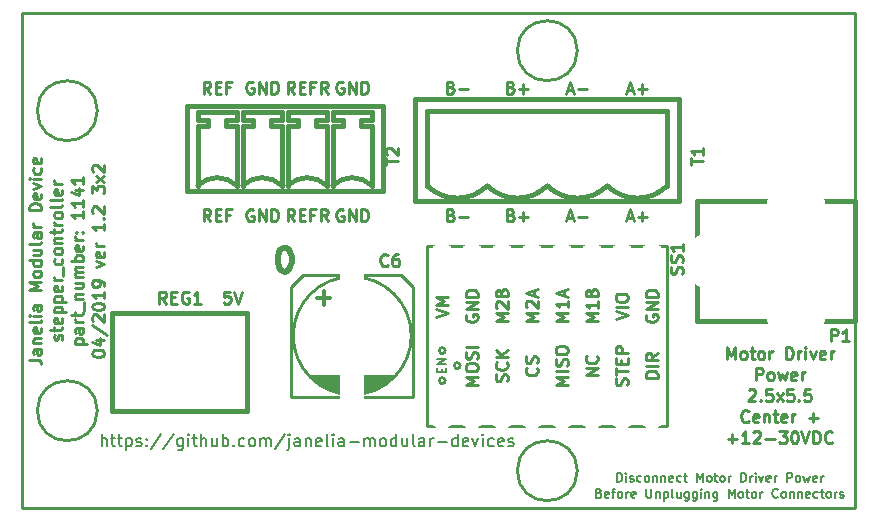
<source format=gto>
%TF.GenerationSoftware,KiCad,Pcbnew,5.1.0-unknown-ca7aec2~82~ubuntu18.04.1*%
%TF.CreationDate,2019-04-12T13:47:33-04:00*%
%TF.ProjectId,stepper_controller_3x2,73746570-7065-4725-9f63-6f6e74726f6c,1.2*%
%TF.SameCoordinates,Original*%
%TF.FileFunction,Legend,Top*%
%TF.FilePolarity,Positive*%
%FSLAX46Y46*%
G04 Gerber Fmt 4.6, Leading zero omitted, Abs format (unit mm)*
G04 Created by KiCad (PCBNEW 5.1.0-unknown-ca7aec2~82~ubuntu18.04.1) date 2019-04-12 13:47:33*
%MOMM*%
%LPD*%
G04 APERTURE LIST*
%ADD10C,0.254000*%
%ADD11C,0.190500*%
%ADD12C,0.228600*%
%ADD13C,0.508000*%
%ADD14C,0.381000*%
%ADD15C,0.250000*%
%ADD16C,0.375000*%
%ADD17C,0.100000*%
%ADD18C,3.400001*%
%ADD19O,2.032000X3.048000*%
%ADD20C,3.556000*%
%ADD21O,1.854200X2.540000*%
%ADD22R,1.854200X2.540000*%
%ADD23O,5.080000X3.556000*%
%ADD24O,4.064000X5.080000*%
%ADD25O,4.572000X3.556000*%
%ADD26C,1.930400*%
%ADD27C,2.540000*%
%ADD28C,2.340000*%
%ADD29O,1.524000X2.540000*%
%ADD30R,2.000000X4.100000*%
G04 APERTURE END LIST*
D10*
X103311476Y-91518619D02*
X102827666Y-91518619D01*
X102779285Y-92002428D01*
X102827666Y-91954047D01*
X102924428Y-91905666D01*
X103166333Y-91905666D01*
X103263095Y-91954047D01*
X103311476Y-92002428D01*
X103359857Y-92099190D01*
X103359857Y-92341095D01*
X103311476Y-92437857D01*
X103263095Y-92486238D01*
X103166333Y-92534619D01*
X102924428Y-92534619D01*
X102827666Y-92486238D01*
X102779285Y-92437857D01*
X103650142Y-91518619D02*
X103988809Y-92534619D01*
X104327476Y-91518619D01*
D11*
X136071428Y-107627964D02*
X136071428Y-106865964D01*
X136252857Y-106865964D01*
X136361714Y-106902250D01*
X136434285Y-106974821D01*
X136470571Y-107047392D01*
X136506857Y-107192535D01*
X136506857Y-107301392D01*
X136470571Y-107446535D01*
X136434285Y-107519107D01*
X136361714Y-107591678D01*
X136252857Y-107627964D01*
X136071428Y-107627964D01*
X136833428Y-107627964D02*
X136833428Y-107119964D01*
X136833428Y-106865964D02*
X136797142Y-106902250D01*
X136833428Y-106938535D01*
X136869714Y-106902250D01*
X136833428Y-106865964D01*
X136833428Y-106938535D01*
X137160000Y-107591678D02*
X137232571Y-107627964D01*
X137377714Y-107627964D01*
X137450285Y-107591678D01*
X137486571Y-107519107D01*
X137486571Y-107482821D01*
X137450285Y-107410250D01*
X137377714Y-107373964D01*
X137268857Y-107373964D01*
X137196285Y-107337678D01*
X137160000Y-107265107D01*
X137160000Y-107228821D01*
X137196285Y-107156250D01*
X137268857Y-107119964D01*
X137377714Y-107119964D01*
X137450285Y-107156250D01*
X138139714Y-107591678D02*
X138067142Y-107627964D01*
X137922000Y-107627964D01*
X137849428Y-107591678D01*
X137813142Y-107555392D01*
X137776857Y-107482821D01*
X137776857Y-107265107D01*
X137813142Y-107192535D01*
X137849428Y-107156250D01*
X137922000Y-107119964D01*
X138067142Y-107119964D01*
X138139714Y-107156250D01*
X138575142Y-107627964D02*
X138502571Y-107591678D01*
X138466285Y-107555392D01*
X138430000Y-107482821D01*
X138430000Y-107265107D01*
X138466285Y-107192535D01*
X138502571Y-107156250D01*
X138575142Y-107119964D01*
X138684000Y-107119964D01*
X138756571Y-107156250D01*
X138792857Y-107192535D01*
X138829142Y-107265107D01*
X138829142Y-107482821D01*
X138792857Y-107555392D01*
X138756571Y-107591678D01*
X138684000Y-107627964D01*
X138575142Y-107627964D01*
X139155714Y-107119964D02*
X139155714Y-107627964D01*
X139155714Y-107192535D02*
X139192000Y-107156250D01*
X139264571Y-107119964D01*
X139373428Y-107119964D01*
X139446000Y-107156250D01*
X139482285Y-107228821D01*
X139482285Y-107627964D01*
X139845142Y-107119964D02*
X139845142Y-107627964D01*
X139845142Y-107192535D02*
X139881428Y-107156250D01*
X139954000Y-107119964D01*
X140062857Y-107119964D01*
X140135428Y-107156250D01*
X140171714Y-107228821D01*
X140171714Y-107627964D01*
X140824857Y-107591678D02*
X140752285Y-107627964D01*
X140607142Y-107627964D01*
X140534571Y-107591678D01*
X140498285Y-107519107D01*
X140498285Y-107228821D01*
X140534571Y-107156250D01*
X140607142Y-107119964D01*
X140752285Y-107119964D01*
X140824857Y-107156250D01*
X140861142Y-107228821D01*
X140861142Y-107301392D01*
X140498285Y-107373964D01*
X141514285Y-107591678D02*
X141441714Y-107627964D01*
X141296571Y-107627964D01*
X141224000Y-107591678D01*
X141187714Y-107555392D01*
X141151428Y-107482821D01*
X141151428Y-107265107D01*
X141187714Y-107192535D01*
X141224000Y-107156250D01*
X141296571Y-107119964D01*
X141441714Y-107119964D01*
X141514285Y-107156250D01*
X141732000Y-107119964D02*
X142022285Y-107119964D01*
X141840857Y-106865964D02*
X141840857Y-107519107D01*
X141877142Y-107591678D01*
X141949714Y-107627964D01*
X142022285Y-107627964D01*
X142856857Y-107627964D02*
X142856857Y-106865964D01*
X143110857Y-107410250D01*
X143364857Y-106865964D01*
X143364857Y-107627964D01*
X143836571Y-107627964D02*
X143764000Y-107591678D01*
X143727714Y-107555392D01*
X143691428Y-107482821D01*
X143691428Y-107265107D01*
X143727714Y-107192535D01*
X143764000Y-107156250D01*
X143836571Y-107119964D01*
X143945428Y-107119964D01*
X144018000Y-107156250D01*
X144054285Y-107192535D01*
X144090571Y-107265107D01*
X144090571Y-107482821D01*
X144054285Y-107555392D01*
X144018000Y-107591678D01*
X143945428Y-107627964D01*
X143836571Y-107627964D01*
X144308285Y-107119964D02*
X144598571Y-107119964D01*
X144417142Y-106865964D02*
X144417142Y-107519107D01*
X144453428Y-107591678D01*
X144526000Y-107627964D01*
X144598571Y-107627964D01*
X144961428Y-107627964D02*
X144888857Y-107591678D01*
X144852571Y-107555392D01*
X144816285Y-107482821D01*
X144816285Y-107265107D01*
X144852571Y-107192535D01*
X144888857Y-107156250D01*
X144961428Y-107119964D01*
X145070285Y-107119964D01*
X145142857Y-107156250D01*
X145179142Y-107192535D01*
X145215428Y-107265107D01*
X145215428Y-107482821D01*
X145179142Y-107555392D01*
X145142857Y-107591678D01*
X145070285Y-107627964D01*
X144961428Y-107627964D01*
X145542000Y-107627964D02*
X145542000Y-107119964D01*
X145542000Y-107265107D02*
X145578285Y-107192535D01*
X145614571Y-107156250D01*
X145687142Y-107119964D01*
X145759714Y-107119964D01*
X146594285Y-107627964D02*
X146594285Y-106865964D01*
X146775714Y-106865964D01*
X146884571Y-106902250D01*
X146957142Y-106974821D01*
X146993428Y-107047392D01*
X147029714Y-107192535D01*
X147029714Y-107301392D01*
X146993428Y-107446535D01*
X146957142Y-107519107D01*
X146884571Y-107591678D01*
X146775714Y-107627964D01*
X146594285Y-107627964D01*
X147356285Y-107627964D02*
X147356285Y-107119964D01*
X147356285Y-107265107D02*
X147392571Y-107192535D01*
X147428857Y-107156250D01*
X147501428Y-107119964D01*
X147574000Y-107119964D01*
X147828000Y-107627964D02*
X147828000Y-107119964D01*
X147828000Y-106865964D02*
X147791714Y-106902250D01*
X147828000Y-106938535D01*
X147864285Y-106902250D01*
X147828000Y-106865964D01*
X147828000Y-106938535D01*
X148118285Y-107119964D02*
X148299714Y-107627964D01*
X148481142Y-107119964D01*
X149061714Y-107591678D02*
X148989142Y-107627964D01*
X148844000Y-107627964D01*
X148771428Y-107591678D01*
X148735142Y-107519107D01*
X148735142Y-107228821D01*
X148771428Y-107156250D01*
X148844000Y-107119964D01*
X148989142Y-107119964D01*
X149061714Y-107156250D01*
X149098000Y-107228821D01*
X149098000Y-107301392D01*
X148735142Y-107373964D01*
X149424571Y-107627964D02*
X149424571Y-107119964D01*
X149424571Y-107265107D02*
X149460857Y-107192535D01*
X149497142Y-107156250D01*
X149569714Y-107119964D01*
X149642285Y-107119964D01*
X150476857Y-107627964D02*
X150476857Y-106865964D01*
X150767142Y-106865964D01*
X150839714Y-106902250D01*
X150876000Y-106938535D01*
X150912285Y-107011107D01*
X150912285Y-107119964D01*
X150876000Y-107192535D01*
X150839714Y-107228821D01*
X150767142Y-107265107D01*
X150476857Y-107265107D01*
X151347714Y-107627964D02*
X151275142Y-107591678D01*
X151238857Y-107555392D01*
X151202571Y-107482821D01*
X151202571Y-107265107D01*
X151238857Y-107192535D01*
X151275142Y-107156250D01*
X151347714Y-107119964D01*
X151456571Y-107119964D01*
X151529142Y-107156250D01*
X151565428Y-107192535D01*
X151601714Y-107265107D01*
X151601714Y-107482821D01*
X151565428Y-107555392D01*
X151529142Y-107591678D01*
X151456571Y-107627964D01*
X151347714Y-107627964D01*
X151855714Y-107119964D02*
X152000857Y-107627964D01*
X152146000Y-107265107D01*
X152291142Y-107627964D01*
X152436285Y-107119964D01*
X153016857Y-107591678D02*
X152944285Y-107627964D01*
X152799142Y-107627964D01*
X152726571Y-107591678D01*
X152690285Y-107519107D01*
X152690285Y-107228821D01*
X152726571Y-107156250D01*
X152799142Y-107119964D01*
X152944285Y-107119964D01*
X153016857Y-107156250D01*
X153053142Y-107228821D01*
X153053142Y-107301392D01*
X152690285Y-107373964D01*
X153379714Y-107627964D02*
X153379714Y-107119964D01*
X153379714Y-107265107D02*
X153416000Y-107192535D01*
X153452285Y-107156250D01*
X153524857Y-107119964D01*
X153597428Y-107119964D01*
X134565571Y-108562321D02*
X134674428Y-108598607D01*
X134710714Y-108634892D01*
X134747000Y-108707464D01*
X134747000Y-108816321D01*
X134710714Y-108888892D01*
X134674428Y-108925178D01*
X134601857Y-108961464D01*
X134311571Y-108961464D01*
X134311571Y-108199464D01*
X134565571Y-108199464D01*
X134638142Y-108235750D01*
X134674428Y-108272035D01*
X134710714Y-108344607D01*
X134710714Y-108417178D01*
X134674428Y-108489750D01*
X134638142Y-108526035D01*
X134565571Y-108562321D01*
X134311571Y-108562321D01*
X135363857Y-108925178D02*
X135291285Y-108961464D01*
X135146142Y-108961464D01*
X135073571Y-108925178D01*
X135037285Y-108852607D01*
X135037285Y-108562321D01*
X135073571Y-108489750D01*
X135146142Y-108453464D01*
X135291285Y-108453464D01*
X135363857Y-108489750D01*
X135400142Y-108562321D01*
X135400142Y-108634892D01*
X135037285Y-108707464D01*
X135617857Y-108453464D02*
X135908142Y-108453464D01*
X135726714Y-108961464D02*
X135726714Y-108308321D01*
X135763000Y-108235750D01*
X135835571Y-108199464D01*
X135908142Y-108199464D01*
X136271000Y-108961464D02*
X136198428Y-108925178D01*
X136162142Y-108888892D01*
X136125857Y-108816321D01*
X136125857Y-108598607D01*
X136162142Y-108526035D01*
X136198428Y-108489750D01*
X136271000Y-108453464D01*
X136379857Y-108453464D01*
X136452428Y-108489750D01*
X136488714Y-108526035D01*
X136525000Y-108598607D01*
X136525000Y-108816321D01*
X136488714Y-108888892D01*
X136452428Y-108925178D01*
X136379857Y-108961464D01*
X136271000Y-108961464D01*
X136851571Y-108961464D02*
X136851571Y-108453464D01*
X136851571Y-108598607D02*
X136887857Y-108526035D01*
X136924142Y-108489750D01*
X136996714Y-108453464D01*
X137069285Y-108453464D01*
X137613571Y-108925178D02*
X137541000Y-108961464D01*
X137395857Y-108961464D01*
X137323285Y-108925178D01*
X137287000Y-108852607D01*
X137287000Y-108562321D01*
X137323285Y-108489750D01*
X137395857Y-108453464D01*
X137541000Y-108453464D01*
X137613571Y-108489750D01*
X137649857Y-108562321D01*
X137649857Y-108634892D01*
X137287000Y-108707464D01*
X138557000Y-108199464D02*
X138557000Y-108816321D01*
X138593285Y-108888892D01*
X138629571Y-108925178D01*
X138702142Y-108961464D01*
X138847285Y-108961464D01*
X138919857Y-108925178D01*
X138956142Y-108888892D01*
X138992428Y-108816321D01*
X138992428Y-108199464D01*
X139355285Y-108453464D02*
X139355285Y-108961464D01*
X139355285Y-108526035D02*
X139391571Y-108489750D01*
X139464142Y-108453464D01*
X139573000Y-108453464D01*
X139645571Y-108489750D01*
X139681857Y-108562321D01*
X139681857Y-108961464D01*
X140044714Y-108453464D02*
X140044714Y-109215464D01*
X140044714Y-108489750D02*
X140117285Y-108453464D01*
X140262428Y-108453464D01*
X140335000Y-108489750D01*
X140371285Y-108526035D01*
X140407571Y-108598607D01*
X140407571Y-108816321D01*
X140371285Y-108888892D01*
X140335000Y-108925178D01*
X140262428Y-108961464D01*
X140117285Y-108961464D01*
X140044714Y-108925178D01*
X140843000Y-108961464D02*
X140770428Y-108925178D01*
X140734142Y-108852607D01*
X140734142Y-108199464D01*
X141459857Y-108453464D02*
X141459857Y-108961464D01*
X141133285Y-108453464D02*
X141133285Y-108852607D01*
X141169571Y-108925178D01*
X141242142Y-108961464D01*
X141351000Y-108961464D01*
X141423571Y-108925178D01*
X141459857Y-108888892D01*
X142149285Y-108453464D02*
X142149285Y-109070321D01*
X142113000Y-109142892D01*
X142076714Y-109179178D01*
X142004142Y-109215464D01*
X141895285Y-109215464D01*
X141822714Y-109179178D01*
X142149285Y-108925178D02*
X142076714Y-108961464D01*
X141931571Y-108961464D01*
X141859000Y-108925178D01*
X141822714Y-108888892D01*
X141786428Y-108816321D01*
X141786428Y-108598607D01*
X141822714Y-108526035D01*
X141859000Y-108489750D01*
X141931571Y-108453464D01*
X142076714Y-108453464D01*
X142149285Y-108489750D01*
X142838714Y-108453464D02*
X142838714Y-109070321D01*
X142802428Y-109142892D01*
X142766142Y-109179178D01*
X142693571Y-109215464D01*
X142584714Y-109215464D01*
X142512142Y-109179178D01*
X142838714Y-108925178D02*
X142766142Y-108961464D01*
X142621000Y-108961464D01*
X142548428Y-108925178D01*
X142512142Y-108888892D01*
X142475857Y-108816321D01*
X142475857Y-108598607D01*
X142512142Y-108526035D01*
X142548428Y-108489750D01*
X142621000Y-108453464D01*
X142766142Y-108453464D01*
X142838714Y-108489750D01*
X143201571Y-108961464D02*
X143201571Y-108453464D01*
X143201571Y-108199464D02*
X143165285Y-108235750D01*
X143201571Y-108272035D01*
X143237857Y-108235750D01*
X143201571Y-108199464D01*
X143201571Y-108272035D01*
X143564428Y-108453464D02*
X143564428Y-108961464D01*
X143564428Y-108526035D02*
X143600714Y-108489750D01*
X143673285Y-108453464D01*
X143782142Y-108453464D01*
X143854714Y-108489750D01*
X143891000Y-108562321D01*
X143891000Y-108961464D01*
X144580428Y-108453464D02*
X144580428Y-109070321D01*
X144544142Y-109142892D01*
X144507857Y-109179178D01*
X144435285Y-109215464D01*
X144326428Y-109215464D01*
X144253857Y-109179178D01*
X144580428Y-108925178D02*
X144507857Y-108961464D01*
X144362714Y-108961464D01*
X144290142Y-108925178D01*
X144253857Y-108888892D01*
X144217571Y-108816321D01*
X144217571Y-108598607D01*
X144253857Y-108526035D01*
X144290142Y-108489750D01*
X144362714Y-108453464D01*
X144507857Y-108453464D01*
X144580428Y-108489750D01*
X145523857Y-108961464D02*
X145523857Y-108199464D01*
X145777857Y-108743750D01*
X146031857Y-108199464D01*
X146031857Y-108961464D01*
X146503571Y-108961464D02*
X146431000Y-108925178D01*
X146394714Y-108888892D01*
X146358428Y-108816321D01*
X146358428Y-108598607D01*
X146394714Y-108526035D01*
X146431000Y-108489750D01*
X146503571Y-108453464D01*
X146612428Y-108453464D01*
X146685000Y-108489750D01*
X146721285Y-108526035D01*
X146757571Y-108598607D01*
X146757571Y-108816321D01*
X146721285Y-108888892D01*
X146685000Y-108925178D01*
X146612428Y-108961464D01*
X146503571Y-108961464D01*
X146975285Y-108453464D02*
X147265571Y-108453464D01*
X147084142Y-108199464D02*
X147084142Y-108852607D01*
X147120428Y-108925178D01*
X147193000Y-108961464D01*
X147265571Y-108961464D01*
X147628428Y-108961464D02*
X147555857Y-108925178D01*
X147519571Y-108888892D01*
X147483285Y-108816321D01*
X147483285Y-108598607D01*
X147519571Y-108526035D01*
X147555857Y-108489750D01*
X147628428Y-108453464D01*
X147737285Y-108453464D01*
X147809857Y-108489750D01*
X147846142Y-108526035D01*
X147882428Y-108598607D01*
X147882428Y-108816321D01*
X147846142Y-108888892D01*
X147809857Y-108925178D01*
X147737285Y-108961464D01*
X147628428Y-108961464D01*
X148209000Y-108961464D02*
X148209000Y-108453464D01*
X148209000Y-108598607D02*
X148245285Y-108526035D01*
X148281571Y-108489750D01*
X148354142Y-108453464D01*
X148426714Y-108453464D01*
X149696714Y-108888892D02*
X149660428Y-108925178D01*
X149551571Y-108961464D01*
X149479000Y-108961464D01*
X149370142Y-108925178D01*
X149297571Y-108852607D01*
X149261285Y-108780035D01*
X149225000Y-108634892D01*
X149225000Y-108526035D01*
X149261285Y-108380892D01*
X149297571Y-108308321D01*
X149370142Y-108235750D01*
X149479000Y-108199464D01*
X149551571Y-108199464D01*
X149660428Y-108235750D01*
X149696714Y-108272035D01*
X150132142Y-108961464D02*
X150059571Y-108925178D01*
X150023285Y-108888892D01*
X149987000Y-108816321D01*
X149987000Y-108598607D01*
X150023285Y-108526035D01*
X150059571Y-108489750D01*
X150132142Y-108453464D01*
X150241000Y-108453464D01*
X150313571Y-108489750D01*
X150349857Y-108526035D01*
X150386142Y-108598607D01*
X150386142Y-108816321D01*
X150349857Y-108888892D01*
X150313571Y-108925178D01*
X150241000Y-108961464D01*
X150132142Y-108961464D01*
X150712714Y-108453464D02*
X150712714Y-108961464D01*
X150712714Y-108526035D02*
X150749000Y-108489750D01*
X150821571Y-108453464D01*
X150930428Y-108453464D01*
X151003000Y-108489750D01*
X151039285Y-108562321D01*
X151039285Y-108961464D01*
X151402142Y-108453464D02*
X151402142Y-108961464D01*
X151402142Y-108526035D02*
X151438428Y-108489750D01*
X151511000Y-108453464D01*
X151619857Y-108453464D01*
X151692428Y-108489750D01*
X151728714Y-108562321D01*
X151728714Y-108961464D01*
X152381857Y-108925178D02*
X152309285Y-108961464D01*
X152164142Y-108961464D01*
X152091571Y-108925178D01*
X152055285Y-108852607D01*
X152055285Y-108562321D01*
X152091571Y-108489750D01*
X152164142Y-108453464D01*
X152309285Y-108453464D01*
X152381857Y-108489750D01*
X152418142Y-108562321D01*
X152418142Y-108634892D01*
X152055285Y-108707464D01*
X153071285Y-108925178D02*
X152998714Y-108961464D01*
X152853571Y-108961464D01*
X152781000Y-108925178D01*
X152744714Y-108888892D01*
X152708428Y-108816321D01*
X152708428Y-108598607D01*
X152744714Y-108526035D01*
X152781000Y-108489750D01*
X152853571Y-108453464D01*
X152998714Y-108453464D01*
X153071285Y-108489750D01*
X153289000Y-108453464D02*
X153579285Y-108453464D01*
X153397857Y-108199464D02*
X153397857Y-108852607D01*
X153434142Y-108925178D01*
X153506714Y-108961464D01*
X153579285Y-108961464D01*
X153942142Y-108961464D02*
X153869571Y-108925178D01*
X153833285Y-108888892D01*
X153797000Y-108816321D01*
X153797000Y-108598607D01*
X153833285Y-108526035D01*
X153869571Y-108489750D01*
X153942142Y-108453464D01*
X154051000Y-108453464D01*
X154123571Y-108489750D01*
X154159857Y-108526035D01*
X154196142Y-108598607D01*
X154196142Y-108816321D01*
X154159857Y-108888892D01*
X154123571Y-108925178D01*
X154051000Y-108961464D01*
X153942142Y-108961464D01*
X154522714Y-108961464D02*
X154522714Y-108453464D01*
X154522714Y-108598607D02*
X154559000Y-108526035D01*
X154595285Y-108489750D01*
X154667857Y-108453464D01*
X154740428Y-108453464D01*
X154958142Y-108925178D02*
X155030714Y-108961464D01*
X155175857Y-108961464D01*
X155248428Y-108925178D01*
X155284714Y-108852607D01*
X155284714Y-108816321D01*
X155248428Y-108743750D01*
X155175857Y-108707464D01*
X155067000Y-108707464D01*
X154994428Y-108671178D01*
X154958142Y-108598607D01*
X154958142Y-108562321D01*
X154994428Y-108489750D01*
X155067000Y-108453464D01*
X155175857Y-108453464D01*
X155248428Y-108489750D01*
D10*
X145408952Y-97233619D02*
X145408952Y-96217619D01*
X145747619Y-96943333D01*
X146086285Y-96217619D01*
X146086285Y-97233619D01*
X146715238Y-97233619D02*
X146618476Y-97185238D01*
X146570095Y-97136857D01*
X146521714Y-97040095D01*
X146521714Y-96749809D01*
X146570095Y-96653047D01*
X146618476Y-96604666D01*
X146715238Y-96556285D01*
X146860380Y-96556285D01*
X146957142Y-96604666D01*
X147005523Y-96653047D01*
X147053904Y-96749809D01*
X147053904Y-97040095D01*
X147005523Y-97136857D01*
X146957142Y-97185238D01*
X146860380Y-97233619D01*
X146715238Y-97233619D01*
X147344190Y-96556285D02*
X147731238Y-96556285D01*
X147489333Y-96217619D02*
X147489333Y-97088476D01*
X147537714Y-97185238D01*
X147634476Y-97233619D01*
X147731238Y-97233619D01*
X148215047Y-97233619D02*
X148118285Y-97185238D01*
X148069904Y-97136857D01*
X148021523Y-97040095D01*
X148021523Y-96749809D01*
X148069904Y-96653047D01*
X148118285Y-96604666D01*
X148215047Y-96556285D01*
X148360190Y-96556285D01*
X148456952Y-96604666D01*
X148505333Y-96653047D01*
X148553714Y-96749809D01*
X148553714Y-97040095D01*
X148505333Y-97136857D01*
X148456952Y-97185238D01*
X148360190Y-97233619D01*
X148215047Y-97233619D01*
X148989142Y-97233619D02*
X148989142Y-96556285D01*
X148989142Y-96749809D02*
X149037523Y-96653047D01*
X149085904Y-96604666D01*
X149182666Y-96556285D01*
X149279428Y-96556285D01*
X150392190Y-97233619D02*
X150392190Y-96217619D01*
X150634095Y-96217619D01*
X150779238Y-96266000D01*
X150876000Y-96362761D01*
X150924380Y-96459523D01*
X150972761Y-96653047D01*
X150972761Y-96798190D01*
X150924380Y-96991714D01*
X150876000Y-97088476D01*
X150779238Y-97185238D01*
X150634095Y-97233619D01*
X150392190Y-97233619D01*
X151408190Y-97233619D02*
X151408190Y-96556285D01*
X151408190Y-96749809D02*
X151456571Y-96653047D01*
X151504952Y-96604666D01*
X151601714Y-96556285D01*
X151698476Y-96556285D01*
X152037142Y-97233619D02*
X152037142Y-96556285D01*
X152037142Y-96217619D02*
X151988761Y-96266000D01*
X152037142Y-96314380D01*
X152085523Y-96266000D01*
X152037142Y-96217619D01*
X152037142Y-96314380D01*
X152424190Y-96556285D02*
X152666095Y-97233619D01*
X152908000Y-96556285D01*
X153682095Y-97185238D02*
X153585333Y-97233619D01*
X153391809Y-97233619D01*
X153295047Y-97185238D01*
X153246666Y-97088476D01*
X153246666Y-96701428D01*
X153295047Y-96604666D01*
X153391809Y-96556285D01*
X153585333Y-96556285D01*
X153682095Y-96604666D01*
X153730476Y-96701428D01*
X153730476Y-96798190D01*
X153246666Y-96894952D01*
X154165904Y-97233619D02*
X154165904Y-96556285D01*
X154165904Y-96749809D02*
X154214285Y-96653047D01*
X154262666Y-96604666D01*
X154359428Y-96556285D01*
X154456190Y-96556285D01*
X147852190Y-99011619D02*
X147852190Y-97995619D01*
X148239238Y-97995619D01*
X148336000Y-98044000D01*
X148384380Y-98092380D01*
X148432761Y-98189142D01*
X148432761Y-98334285D01*
X148384380Y-98431047D01*
X148336000Y-98479428D01*
X148239238Y-98527809D01*
X147852190Y-98527809D01*
X149013333Y-99011619D02*
X148916571Y-98963238D01*
X148868190Y-98914857D01*
X148819809Y-98818095D01*
X148819809Y-98527809D01*
X148868190Y-98431047D01*
X148916571Y-98382666D01*
X149013333Y-98334285D01*
X149158476Y-98334285D01*
X149255238Y-98382666D01*
X149303619Y-98431047D01*
X149352000Y-98527809D01*
X149352000Y-98818095D01*
X149303619Y-98914857D01*
X149255238Y-98963238D01*
X149158476Y-99011619D01*
X149013333Y-99011619D01*
X149690666Y-98334285D02*
X149884190Y-99011619D01*
X150077714Y-98527809D01*
X150271238Y-99011619D01*
X150464761Y-98334285D01*
X151238857Y-98963238D02*
X151142095Y-99011619D01*
X150948571Y-99011619D01*
X150851809Y-98963238D01*
X150803428Y-98866476D01*
X150803428Y-98479428D01*
X150851809Y-98382666D01*
X150948571Y-98334285D01*
X151142095Y-98334285D01*
X151238857Y-98382666D01*
X151287238Y-98479428D01*
X151287238Y-98576190D01*
X150803428Y-98672952D01*
X151722666Y-99011619D02*
X151722666Y-98334285D01*
X151722666Y-98527809D02*
X151771047Y-98431047D01*
X151819428Y-98382666D01*
X151916190Y-98334285D01*
X152012952Y-98334285D01*
X147223238Y-99870380D02*
X147271619Y-99822000D01*
X147368380Y-99773619D01*
X147610285Y-99773619D01*
X147707047Y-99822000D01*
X147755428Y-99870380D01*
X147803809Y-99967142D01*
X147803809Y-100063904D01*
X147755428Y-100209047D01*
X147174857Y-100789619D01*
X147803809Y-100789619D01*
X148239238Y-100692857D02*
X148287619Y-100741238D01*
X148239238Y-100789619D01*
X148190857Y-100741238D01*
X148239238Y-100692857D01*
X148239238Y-100789619D01*
X149206857Y-99773619D02*
X148723047Y-99773619D01*
X148674666Y-100257428D01*
X148723047Y-100209047D01*
X148819809Y-100160666D01*
X149061714Y-100160666D01*
X149158476Y-100209047D01*
X149206857Y-100257428D01*
X149255238Y-100354190D01*
X149255238Y-100596095D01*
X149206857Y-100692857D01*
X149158476Y-100741238D01*
X149061714Y-100789619D01*
X148819809Y-100789619D01*
X148723047Y-100741238D01*
X148674666Y-100692857D01*
X149593904Y-100789619D02*
X150126095Y-100112285D01*
X149593904Y-100112285D02*
X150126095Y-100789619D01*
X150996952Y-99773619D02*
X150513142Y-99773619D01*
X150464761Y-100257428D01*
X150513142Y-100209047D01*
X150609904Y-100160666D01*
X150851809Y-100160666D01*
X150948571Y-100209047D01*
X150996952Y-100257428D01*
X151045333Y-100354190D01*
X151045333Y-100596095D01*
X150996952Y-100692857D01*
X150948571Y-100741238D01*
X150851809Y-100789619D01*
X150609904Y-100789619D01*
X150513142Y-100741238D01*
X150464761Y-100692857D01*
X151480761Y-100692857D02*
X151529142Y-100741238D01*
X151480761Y-100789619D01*
X151432380Y-100741238D01*
X151480761Y-100692857D01*
X151480761Y-100789619D01*
X152448380Y-99773619D02*
X151964571Y-99773619D01*
X151916190Y-100257428D01*
X151964571Y-100209047D01*
X152061333Y-100160666D01*
X152303238Y-100160666D01*
X152400000Y-100209047D01*
X152448380Y-100257428D01*
X152496761Y-100354190D01*
X152496761Y-100596095D01*
X152448380Y-100692857D01*
X152400000Y-100741238D01*
X152303238Y-100789619D01*
X152061333Y-100789619D01*
X151964571Y-100741238D01*
X151916190Y-100692857D01*
X147223238Y-102470857D02*
X147174857Y-102519238D01*
X147029714Y-102567619D01*
X146932952Y-102567619D01*
X146787809Y-102519238D01*
X146691047Y-102422476D01*
X146642666Y-102325714D01*
X146594285Y-102132190D01*
X146594285Y-101987047D01*
X146642666Y-101793523D01*
X146691047Y-101696761D01*
X146787809Y-101600000D01*
X146932952Y-101551619D01*
X147029714Y-101551619D01*
X147174857Y-101600000D01*
X147223238Y-101648380D01*
X148045714Y-102519238D02*
X147948952Y-102567619D01*
X147755428Y-102567619D01*
X147658666Y-102519238D01*
X147610285Y-102422476D01*
X147610285Y-102035428D01*
X147658666Y-101938666D01*
X147755428Y-101890285D01*
X147948952Y-101890285D01*
X148045714Y-101938666D01*
X148094095Y-102035428D01*
X148094095Y-102132190D01*
X147610285Y-102228952D01*
X148529523Y-101890285D02*
X148529523Y-102567619D01*
X148529523Y-101987047D02*
X148577904Y-101938666D01*
X148674666Y-101890285D01*
X148819809Y-101890285D01*
X148916571Y-101938666D01*
X148964952Y-102035428D01*
X148964952Y-102567619D01*
X149303619Y-101890285D02*
X149690666Y-101890285D01*
X149448761Y-101551619D02*
X149448761Y-102422476D01*
X149497142Y-102519238D01*
X149593904Y-102567619D01*
X149690666Y-102567619D01*
X150416380Y-102519238D02*
X150319619Y-102567619D01*
X150126095Y-102567619D01*
X150029333Y-102519238D01*
X149980952Y-102422476D01*
X149980952Y-102035428D01*
X150029333Y-101938666D01*
X150126095Y-101890285D01*
X150319619Y-101890285D01*
X150416380Y-101938666D01*
X150464761Y-102035428D01*
X150464761Y-102132190D01*
X149980952Y-102228952D01*
X150900190Y-102567619D02*
X150900190Y-101890285D01*
X150900190Y-102083809D02*
X150948571Y-101987047D01*
X150996952Y-101938666D01*
X151093714Y-101890285D01*
X151190476Y-101890285D01*
X152303238Y-102180571D02*
X153077333Y-102180571D01*
X152690285Y-102567619D02*
X152690285Y-101793523D01*
X145457333Y-103958571D02*
X146231428Y-103958571D01*
X145844380Y-104345619D02*
X145844380Y-103571523D01*
X147247428Y-104345619D02*
X146666857Y-104345619D01*
X146957142Y-104345619D02*
X146957142Y-103329619D01*
X146860380Y-103474761D01*
X146763619Y-103571523D01*
X146666857Y-103619904D01*
X147634476Y-103426380D02*
X147682857Y-103378000D01*
X147779619Y-103329619D01*
X148021523Y-103329619D01*
X148118285Y-103378000D01*
X148166666Y-103426380D01*
X148215047Y-103523142D01*
X148215047Y-103619904D01*
X148166666Y-103765047D01*
X147586095Y-104345619D01*
X148215047Y-104345619D01*
X148650476Y-103958571D02*
X149424571Y-103958571D01*
X149811619Y-103329619D02*
X150440571Y-103329619D01*
X150101904Y-103716666D01*
X150247047Y-103716666D01*
X150343809Y-103765047D01*
X150392190Y-103813428D01*
X150440571Y-103910190D01*
X150440571Y-104152095D01*
X150392190Y-104248857D01*
X150343809Y-104297238D01*
X150247047Y-104345619D01*
X149956761Y-104345619D01*
X149860000Y-104297238D01*
X149811619Y-104248857D01*
X151069523Y-103329619D02*
X151166285Y-103329619D01*
X151263047Y-103378000D01*
X151311428Y-103426380D01*
X151359809Y-103523142D01*
X151408190Y-103716666D01*
X151408190Y-103958571D01*
X151359809Y-104152095D01*
X151311428Y-104248857D01*
X151263047Y-104297238D01*
X151166285Y-104345619D01*
X151069523Y-104345619D01*
X150972761Y-104297238D01*
X150924380Y-104248857D01*
X150876000Y-104152095D01*
X150827619Y-103958571D01*
X150827619Y-103716666D01*
X150876000Y-103523142D01*
X150924380Y-103426380D01*
X150972761Y-103378000D01*
X151069523Y-103329619D01*
X151698476Y-103329619D02*
X152037142Y-104345619D01*
X152375809Y-103329619D01*
X152714476Y-104345619D02*
X152714476Y-103329619D01*
X152956380Y-103329619D01*
X153101523Y-103378000D01*
X153198285Y-103474761D01*
X153246666Y-103571523D01*
X153295047Y-103765047D01*
X153295047Y-103910190D01*
X153246666Y-104103714D01*
X153198285Y-104200476D01*
X153101523Y-104297238D01*
X152956380Y-104345619D01*
X152714476Y-104345619D01*
X154311047Y-104248857D02*
X154262666Y-104297238D01*
X154117523Y-104345619D01*
X154020761Y-104345619D01*
X153875619Y-104297238D01*
X153778857Y-104200476D01*
X153730476Y-104103714D01*
X153682095Y-103910190D01*
X153682095Y-103765047D01*
X153730476Y-103571523D01*
X153778857Y-103474761D01*
X153875619Y-103378000D01*
X154020761Y-103329619D01*
X154117523Y-103329619D01*
X154262666Y-103378000D01*
X154311047Y-103426380D01*
X136924142Y-85259333D02*
X137407952Y-85259333D01*
X136827380Y-85549619D02*
X137166047Y-84533619D01*
X137504714Y-85549619D01*
X137843380Y-85162571D02*
X138617476Y-85162571D01*
X138230428Y-85549619D02*
X138230428Y-84775523D01*
X131844142Y-85259333D02*
X132327952Y-85259333D01*
X131747380Y-85549619D02*
X132086047Y-84533619D01*
X132424714Y-85549619D01*
X132763380Y-85162571D02*
X133537476Y-85162571D01*
X127078619Y-85017428D02*
X127223761Y-85065809D01*
X127272142Y-85114190D01*
X127320523Y-85210952D01*
X127320523Y-85356095D01*
X127272142Y-85452857D01*
X127223761Y-85501238D01*
X127127000Y-85549619D01*
X126739952Y-85549619D01*
X126739952Y-84533619D01*
X127078619Y-84533619D01*
X127175380Y-84582000D01*
X127223761Y-84630380D01*
X127272142Y-84727142D01*
X127272142Y-84823904D01*
X127223761Y-84920666D01*
X127175380Y-84969047D01*
X127078619Y-85017428D01*
X126739952Y-85017428D01*
X127755952Y-85162571D02*
X128530047Y-85162571D01*
X128143000Y-85549619D02*
X128143000Y-84775523D01*
X121998619Y-74222428D02*
X122143761Y-74270809D01*
X122192142Y-74319190D01*
X122240523Y-74415952D01*
X122240523Y-74561095D01*
X122192142Y-74657857D01*
X122143761Y-74706238D01*
X122047000Y-74754619D01*
X121659952Y-74754619D01*
X121659952Y-73738619D01*
X121998619Y-73738619D01*
X122095380Y-73787000D01*
X122143761Y-73835380D01*
X122192142Y-73932142D01*
X122192142Y-74028904D01*
X122143761Y-74125666D01*
X122095380Y-74174047D01*
X121998619Y-74222428D01*
X121659952Y-74222428D01*
X122675952Y-74367571D02*
X123450047Y-74367571D01*
X127078619Y-74222428D02*
X127223761Y-74270809D01*
X127272142Y-74319190D01*
X127320523Y-74415952D01*
X127320523Y-74561095D01*
X127272142Y-74657857D01*
X127223761Y-74706238D01*
X127127000Y-74754619D01*
X126739952Y-74754619D01*
X126739952Y-73738619D01*
X127078619Y-73738619D01*
X127175380Y-73787000D01*
X127223761Y-73835380D01*
X127272142Y-73932142D01*
X127272142Y-74028904D01*
X127223761Y-74125666D01*
X127175380Y-74174047D01*
X127078619Y-74222428D01*
X126739952Y-74222428D01*
X127755952Y-74367571D02*
X128530047Y-74367571D01*
X128143000Y-74754619D02*
X128143000Y-73980523D01*
X131844142Y-74464333D02*
X132327952Y-74464333D01*
X131747380Y-74754619D02*
X132086047Y-73738619D01*
X132424714Y-74754619D01*
X132763380Y-74367571D02*
X133537476Y-74367571D01*
X121998619Y-85017428D02*
X122143761Y-85065809D01*
X122192142Y-85114190D01*
X122240523Y-85210952D01*
X122240523Y-85356095D01*
X122192142Y-85452857D01*
X122143761Y-85501238D01*
X122047000Y-85549619D01*
X121659952Y-85549619D01*
X121659952Y-84533619D01*
X121998619Y-84533619D01*
X122095380Y-84582000D01*
X122143761Y-84630380D01*
X122192142Y-84727142D01*
X122192142Y-84823904D01*
X122143761Y-84920666D01*
X122095380Y-84969047D01*
X121998619Y-85017428D01*
X121659952Y-85017428D01*
X122675952Y-85162571D02*
X123450047Y-85162571D01*
X136924142Y-74464333D02*
X137407952Y-74464333D01*
X136827380Y-74754619D02*
X137166047Y-73738619D01*
X137504714Y-74754619D01*
X137843380Y-74367571D02*
X138617476Y-74367571D01*
X138230428Y-74754619D02*
X138230428Y-73980523D01*
D12*
X156210000Y-67945000D02*
X85725000Y-67945000D01*
X156210000Y-109855000D02*
X156210000Y-67945000D01*
X85725000Y-109855000D02*
X156210000Y-109855000D01*
X85725000Y-67945000D02*
X85725000Y-109855000D01*
D13*
X107853238Y-87787238D02*
X108046761Y-87787238D01*
X108240285Y-87884000D01*
X108337047Y-87980761D01*
X108433809Y-88174285D01*
X108530571Y-88561333D01*
X108530571Y-89045142D01*
X108433809Y-89432190D01*
X108337047Y-89625714D01*
X108240285Y-89722476D01*
X108046761Y-89819238D01*
X107853238Y-89819238D01*
X107659714Y-89722476D01*
X107562952Y-89625714D01*
X107466190Y-89432190D01*
X107369428Y-89045142D01*
X107369428Y-88561333D01*
X107466190Y-88174285D01*
X107562952Y-87980761D01*
X107659714Y-87884000D01*
X107853238Y-87787238D01*
D10*
X112890904Y-84582000D02*
X112794142Y-84533619D01*
X112649000Y-84533619D01*
X112503857Y-84582000D01*
X112407095Y-84678761D01*
X112358714Y-84775523D01*
X112310333Y-84969047D01*
X112310333Y-85114190D01*
X112358714Y-85307714D01*
X112407095Y-85404476D01*
X112503857Y-85501238D01*
X112649000Y-85549619D01*
X112745761Y-85549619D01*
X112890904Y-85501238D01*
X112939285Y-85452857D01*
X112939285Y-85114190D01*
X112745761Y-85114190D01*
X113374714Y-85549619D02*
X113374714Y-84533619D01*
X113955285Y-85549619D01*
X113955285Y-84533619D01*
X114439095Y-85549619D02*
X114439095Y-84533619D01*
X114681000Y-84533619D01*
X114826142Y-84582000D01*
X114922904Y-84678761D01*
X114971285Y-84775523D01*
X115019666Y-84969047D01*
X115019666Y-85114190D01*
X114971285Y-85307714D01*
X114922904Y-85404476D01*
X114826142Y-85501238D01*
X114681000Y-85549619D01*
X114439095Y-85549619D01*
X108766428Y-85549619D02*
X108427761Y-85065809D01*
X108185857Y-85549619D02*
X108185857Y-84533619D01*
X108572904Y-84533619D01*
X108669666Y-84582000D01*
X108718047Y-84630380D01*
X108766428Y-84727142D01*
X108766428Y-84872285D01*
X108718047Y-84969047D01*
X108669666Y-85017428D01*
X108572904Y-85065809D01*
X108185857Y-85065809D01*
X109201857Y-85017428D02*
X109540523Y-85017428D01*
X109685666Y-85549619D02*
X109201857Y-85549619D01*
X109201857Y-84533619D01*
X109685666Y-84533619D01*
X110459761Y-85017428D02*
X110121095Y-85017428D01*
X110121095Y-85549619D02*
X110121095Y-84533619D01*
X110604904Y-84533619D01*
X111572523Y-85549619D02*
X111233857Y-85065809D01*
X110991952Y-85549619D02*
X110991952Y-84533619D01*
X111379000Y-84533619D01*
X111475761Y-84582000D01*
X111524142Y-84630380D01*
X111572523Y-84727142D01*
X111572523Y-84872285D01*
X111524142Y-84969047D01*
X111475761Y-85017428D01*
X111379000Y-85065809D01*
X110991952Y-85065809D01*
X112890904Y-73787000D02*
X112794142Y-73738619D01*
X112649000Y-73738619D01*
X112503857Y-73787000D01*
X112407095Y-73883761D01*
X112358714Y-73980523D01*
X112310333Y-74174047D01*
X112310333Y-74319190D01*
X112358714Y-74512714D01*
X112407095Y-74609476D01*
X112503857Y-74706238D01*
X112649000Y-74754619D01*
X112745761Y-74754619D01*
X112890904Y-74706238D01*
X112939285Y-74657857D01*
X112939285Y-74319190D01*
X112745761Y-74319190D01*
X113374714Y-74754619D02*
X113374714Y-73738619D01*
X113955285Y-74754619D01*
X113955285Y-73738619D01*
X114439095Y-74754619D02*
X114439095Y-73738619D01*
X114681000Y-73738619D01*
X114826142Y-73787000D01*
X114922904Y-73883761D01*
X114971285Y-73980523D01*
X115019666Y-74174047D01*
X115019666Y-74319190D01*
X114971285Y-74512714D01*
X114922904Y-74609476D01*
X114826142Y-74706238D01*
X114681000Y-74754619D01*
X114439095Y-74754619D01*
X108766428Y-74754619D02*
X108427761Y-74270809D01*
X108185857Y-74754619D02*
X108185857Y-73738619D01*
X108572904Y-73738619D01*
X108669666Y-73787000D01*
X108718047Y-73835380D01*
X108766428Y-73932142D01*
X108766428Y-74077285D01*
X108718047Y-74174047D01*
X108669666Y-74222428D01*
X108572904Y-74270809D01*
X108185857Y-74270809D01*
X109201857Y-74222428D02*
X109540523Y-74222428D01*
X109685666Y-74754619D02*
X109201857Y-74754619D01*
X109201857Y-73738619D01*
X109685666Y-73738619D01*
X110459761Y-74222428D02*
X110121095Y-74222428D01*
X110121095Y-74754619D02*
X110121095Y-73738619D01*
X110604904Y-73738619D01*
X111572523Y-74754619D02*
X111233857Y-74270809D01*
X110991952Y-74754619D02*
X110991952Y-73738619D01*
X111379000Y-73738619D01*
X111475761Y-73787000D01*
X111524142Y-73835380D01*
X111572523Y-73932142D01*
X111572523Y-74077285D01*
X111524142Y-74174047D01*
X111475761Y-74222428D01*
X111379000Y-74270809D01*
X110991952Y-74270809D01*
X105270904Y-84582000D02*
X105174142Y-84533619D01*
X105029000Y-84533619D01*
X104883857Y-84582000D01*
X104787095Y-84678761D01*
X104738714Y-84775523D01*
X104690333Y-84969047D01*
X104690333Y-85114190D01*
X104738714Y-85307714D01*
X104787095Y-85404476D01*
X104883857Y-85501238D01*
X105029000Y-85549619D01*
X105125761Y-85549619D01*
X105270904Y-85501238D01*
X105319285Y-85452857D01*
X105319285Y-85114190D01*
X105125761Y-85114190D01*
X105754714Y-85549619D02*
X105754714Y-84533619D01*
X106335285Y-85549619D01*
X106335285Y-84533619D01*
X106819095Y-85549619D02*
X106819095Y-84533619D01*
X107061000Y-84533619D01*
X107206142Y-84582000D01*
X107302904Y-84678761D01*
X107351285Y-84775523D01*
X107399666Y-84969047D01*
X107399666Y-85114190D01*
X107351285Y-85307714D01*
X107302904Y-85404476D01*
X107206142Y-85501238D01*
X107061000Y-85549619D01*
X106819095Y-85549619D01*
X101654428Y-74754619D02*
X101315761Y-74270809D01*
X101073857Y-74754619D02*
X101073857Y-73738619D01*
X101460904Y-73738619D01*
X101557666Y-73787000D01*
X101606047Y-73835380D01*
X101654428Y-73932142D01*
X101654428Y-74077285D01*
X101606047Y-74174047D01*
X101557666Y-74222428D01*
X101460904Y-74270809D01*
X101073857Y-74270809D01*
X102089857Y-74222428D02*
X102428523Y-74222428D01*
X102573666Y-74754619D02*
X102089857Y-74754619D01*
X102089857Y-73738619D01*
X102573666Y-73738619D01*
X103347761Y-74222428D02*
X103009095Y-74222428D01*
X103009095Y-74754619D02*
X103009095Y-73738619D01*
X103492904Y-73738619D01*
X101654428Y-85549619D02*
X101315761Y-85065809D01*
X101073857Y-85549619D02*
X101073857Y-84533619D01*
X101460904Y-84533619D01*
X101557666Y-84582000D01*
X101606047Y-84630380D01*
X101654428Y-84727142D01*
X101654428Y-84872285D01*
X101606047Y-84969047D01*
X101557666Y-85017428D01*
X101460904Y-85065809D01*
X101073857Y-85065809D01*
X102089857Y-85017428D02*
X102428523Y-85017428D01*
X102573666Y-85549619D02*
X102089857Y-85549619D01*
X102089857Y-84533619D01*
X102573666Y-84533619D01*
X103347761Y-85017428D02*
X103009095Y-85017428D01*
X103009095Y-85549619D02*
X103009095Y-84533619D01*
X103492904Y-84533619D01*
X105270904Y-73787000D02*
X105174142Y-73738619D01*
X105029000Y-73738619D01*
X104883857Y-73787000D01*
X104787095Y-73883761D01*
X104738714Y-73980523D01*
X104690333Y-74174047D01*
X104690333Y-74319190D01*
X104738714Y-74512714D01*
X104787095Y-74609476D01*
X104883857Y-74706238D01*
X105029000Y-74754619D01*
X105125761Y-74754619D01*
X105270904Y-74706238D01*
X105319285Y-74657857D01*
X105319285Y-74319190D01*
X105125761Y-74319190D01*
X105754714Y-74754619D02*
X105754714Y-73738619D01*
X106335285Y-74754619D01*
X106335285Y-73738619D01*
X106819095Y-74754619D02*
X106819095Y-73738619D01*
X107061000Y-73738619D01*
X107206142Y-73787000D01*
X107302904Y-73883761D01*
X107351285Y-73980523D01*
X107399666Y-74174047D01*
X107399666Y-74319190D01*
X107351285Y-74512714D01*
X107302904Y-74609476D01*
X107206142Y-74706238D01*
X107061000Y-74754619D01*
X106819095Y-74754619D01*
D11*
X92437857Y-104599619D02*
X92437857Y-103583619D01*
X92873285Y-104599619D02*
X92873285Y-104067428D01*
X92824904Y-103970666D01*
X92728142Y-103922285D01*
X92583000Y-103922285D01*
X92486238Y-103970666D01*
X92437857Y-104019047D01*
X93211952Y-103922285D02*
X93599000Y-103922285D01*
X93357095Y-103583619D02*
X93357095Y-104454476D01*
X93405476Y-104551238D01*
X93502238Y-104599619D01*
X93599000Y-104599619D01*
X93792523Y-103922285D02*
X94179571Y-103922285D01*
X93937666Y-103583619D02*
X93937666Y-104454476D01*
X93986047Y-104551238D01*
X94082809Y-104599619D01*
X94179571Y-104599619D01*
X94518238Y-103922285D02*
X94518238Y-104938285D01*
X94518238Y-103970666D02*
X94615000Y-103922285D01*
X94808523Y-103922285D01*
X94905285Y-103970666D01*
X94953666Y-104019047D01*
X95002047Y-104115809D01*
X95002047Y-104406095D01*
X94953666Y-104502857D01*
X94905285Y-104551238D01*
X94808523Y-104599619D01*
X94615000Y-104599619D01*
X94518238Y-104551238D01*
X95389095Y-104551238D02*
X95485857Y-104599619D01*
X95679380Y-104599619D01*
X95776142Y-104551238D01*
X95824523Y-104454476D01*
X95824523Y-104406095D01*
X95776142Y-104309333D01*
X95679380Y-104260952D01*
X95534238Y-104260952D01*
X95437476Y-104212571D01*
X95389095Y-104115809D01*
X95389095Y-104067428D01*
X95437476Y-103970666D01*
X95534238Y-103922285D01*
X95679380Y-103922285D01*
X95776142Y-103970666D01*
X96259952Y-104502857D02*
X96308333Y-104551238D01*
X96259952Y-104599619D01*
X96211571Y-104551238D01*
X96259952Y-104502857D01*
X96259952Y-104599619D01*
X96259952Y-103970666D02*
X96308333Y-104019047D01*
X96259952Y-104067428D01*
X96211571Y-104019047D01*
X96259952Y-103970666D01*
X96259952Y-104067428D01*
X97469476Y-103535238D02*
X96598619Y-104841523D01*
X98533857Y-103535238D02*
X97663000Y-104841523D01*
X99307952Y-103922285D02*
X99307952Y-104744761D01*
X99259571Y-104841523D01*
X99211190Y-104889904D01*
X99114428Y-104938285D01*
X98969285Y-104938285D01*
X98872523Y-104889904D01*
X99307952Y-104551238D02*
X99211190Y-104599619D01*
X99017666Y-104599619D01*
X98920904Y-104551238D01*
X98872523Y-104502857D01*
X98824142Y-104406095D01*
X98824142Y-104115809D01*
X98872523Y-104019047D01*
X98920904Y-103970666D01*
X99017666Y-103922285D01*
X99211190Y-103922285D01*
X99307952Y-103970666D01*
X99791761Y-104599619D02*
X99791761Y-103922285D01*
X99791761Y-103583619D02*
X99743380Y-103632000D01*
X99791761Y-103680380D01*
X99840142Y-103632000D01*
X99791761Y-103583619D01*
X99791761Y-103680380D01*
X100130428Y-103922285D02*
X100517476Y-103922285D01*
X100275571Y-103583619D02*
X100275571Y-104454476D01*
X100323952Y-104551238D01*
X100420714Y-104599619D01*
X100517476Y-104599619D01*
X100856142Y-104599619D02*
X100856142Y-103583619D01*
X101291571Y-104599619D02*
X101291571Y-104067428D01*
X101243190Y-103970666D01*
X101146428Y-103922285D01*
X101001285Y-103922285D01*
X100904523Y-103970666D01*
X100856142Y-104019047D01*
X102210809Y-103922285D02*
X102210809Y-104599619D01*
X101775380Y-103922285D02*
X101775380Y-104454476D01*
X101823761Y-104551238D01*
X101920523Y-104599619D01*
X102065666Y-104599619D01*
X102162428Y-104551238D01*
X102210809Y-104502857D01*
X102694619Y-104599619D02*
X102694619Y-103583619D01*
X102694619Y-103970666D02*
X102791380Y-103922285D01*
X102984904Y-103922285D01*
X103081666Y-103970666D01*
X103130047Y-104019047D01*
X103178428Y-104115809D01*
X103178428Y-104406095D01*
X103130047Y-104502857D01*
X103081666Y-104551238D01*
X102984904Y-104599619D01*
X102791380Y-104599619D01*
X102694619Y-104551238D01*
X103613857Y-104502857D02*
X103662238Y-104551238D01*
X103613857Y-104599619D01*
X103565476Y-104551238D01*
X103613857Y-104502857D01*
X103613857Y-104599619D01*
X104533095Y-104551238D02*
X104436333Y-104599619D01*
X104242809Y-104599619D01*
X104146047Y-104551238D01*
X104097666Y-104502857D01*
X104049285Y-104406095D01*
X104049285Y-104115809D01*
X104097666Y-104019047D01*
X104146047Y-103970666D01*
X104242809Y-103922285D01*
X104436333Y-103922285D01*
X104533095Y-103970666D01*
X105113666Y-104599619D02*
X105016904Y-104551238D01*
X104968523Y-104502857D01*
X104920142Y-104406095D01*
X104920142Y-104115809D01*
X104968523Y-104019047D01*
X105016904Y-103970666D01*
X105113666Y-103922285D01*
X105258809Y-103922285D01*
X105355571Y-103970666D01*
X105403952Y-104019047D01*
X105452333Y-104115809D01*
X105452333Y-104406095D01*
X105403952Y-104502857D01*
X105355571Y-104551238D01*
X105258809Y-104599619D01*
X105113666Y-104599619D01*
X105887761Y-104599619D02*
X105887761Y-103922285D01*
X105887761Y-104019047D02*
X105936142Y-103970666D01*
X106032904Y-103922285D01*
X106178047Y-103922285D01*
X106274809Y-103970666D01*
X106323190Y-104067428D01*
X106323190Y-104599619D01*
X106323190Y-104067428D02*
X106371571Y-103970666D01*
X106468333Y-103922285D01*
X106613476Y-103922285D01*
X106710238Y-103970666D01*
X106758619Y-104067428D01*
X106758619Y-104599619D01*
X107968142Y-103535238D02*
X107097285Y-104841523D01*
X108306809Y-103922285D02*
X108306809Y-104793142D01*
X108258428Y-104889904D01*
X108161666Y-104938285D01*
X108113285Y-104938285D01*
X108306809Y-103583619D02*
X108258428Y-103632000D01*
X108306809Y-103680380D01*
X108355190Y-103632000D01*
X108306809Y-103583619D01*
X108306809Y-103680380D01*
X109226047Y-104599619D02*
X109226047Y-104067428D01*
X109177666Y-103970666D01*
X109080904Y-103922285D01*
X108887380Y-103922285D01*
X108790619Y-103970666D01*
X109226047Y-104551238D02*
X109129285Y-104599619D01*
X108887380Y-104599619D01*
X108790619Y-104551238D01*
X108742238Y-104454476D01*
X108742238Y-104357714D01*
X108790619Y-104260952D01*
X108887380Y-104212571D01*
X109129285Y-104212571D01*
X109226047Y-104164190D01*
X109709857Y-103922285D02*
X109709857Y-104599619D01*
X109709857Y-104019047D02*
X109758238Y-103970666D01*
X109855000Y-103922285D01*
X110000142Y-103922285D01*
X110096904Y-103970666D01*
X110145285Y-104067428D01*
X110145285Y-104599619D01*
X111016142Y-104551238D02*
X110919380Y-104599619D01*
X110725857Y-104599619D01*
X110629095Y-104551238D01*
X110580714Y-104454476D01*
X110580714Y-104067428D01*
X110629095Y-103970666D01*
X110725857Y-103922285D01*
X110919380Y-103922285D01*
X111016142Y-103970666D01*
X111064523Y-104067428D01*
X111064523Y-104164190D01*
X110580714Y-104260952D01*
X111645095Y-104599619D02*
X111548333Y-104551238D01*
X111499952Y-104454476D01*
X111499952Y-103583619D01*
X112032142Y-104599619D02*
X112032142Y-103922285D01*
X112032142Y-103583619D02*
X111983761Y-103632000D01*
X112032142Y-103680380D01*
X112080523Y-103632000D01*
X112032142Y-103583619D01*
X112032142Y-103680380D01*
X112951380Y-104599619D02*
X112951380Y-104067428D01*
X112903000Y-103970666D01*
X112806238Y-103922285D01*
X112612714Y-103922285D01*
X112515952Y-103970666D01*
X112951380Y-104551238D02*
X112854619Y-104599619D01*
X112612714Y-104599619D01*
X112515952Y-104551238D01*
X112467571Y-104454476D01*
X112467571Y-104357714D01*
X112515952Y-104260952D01*
X112612714Y-104212571D01*
X112854619Y-104212571D01*
X112951380Y-104164190D01*
X113435190Y-104212571D02*
X114209285Y-104212571D01*
X114693095Y-104599619D02*
X114693095Y-103922285D01*
X114693095Y-104019047D02*
X114741476Y-103970666D01*
X114838238Y-103922285D01*
X114983380Y-103922285D01*
X115080142Y-103970666D01*
X115128523Y-104067428D01*
X115128523Y-104599619D01*
X115128523Y-104067428D02*
X115176904Y-103970666D01*
X115273666Y-103922285D01*
X115418809Y-103922285D01*
X115515571Y-103970666D01*
X115563952Y-104067428D01*
X115563952Y-104599619D01*
X116192904Y-104599619D02*
X116096142Y-104551238D01*
X116047761Y-104502857D01*
X115999380Y-104406095D01*
X115999380Y-104115809D01*
X116047761Y-104019047D01*
X116096142Y-103970666D01*
X116192904Y-103922285D01*
X116338047Y-103922285D01*
X116434809Y-103970666D01*
X116483190Y-104019047D01*
X116531571Y-104115809D01*
X116531571Y-104406095D01*
X116483190Y-104502857D01*
X116434809Y-104551238D01*
X116338047Y-104599619D01*
X116192904Y-104599619D01*
X117402428Y-104599619D02*
X117402428Y-103583619D01*
X117402428Y-104551238D02*
X117305666Y-104599619D01*
X117112142Y-104599619D01*
X117015380Y-104551238D01*
X116967000Y-104502857D01*
X116918619Y-104406095D01*
X116918619Y-104115809D01*
X116967000Y-104019047D01*
X117015380Y-103970666D01*
X117112142Y-103922285D01*
X117305666Y-103922285D01*
X117402428Y-103970666D01*
X118321666Y-103922285D02*
X118321666Y-104599619D01*
X117886238Y-103922285D02*
X117886238Y-104454476D01*
X117934619Y-104551238D01*
X118031380Y-104599619D01*
X118176523Y-104599619D01*
X118273285Y-104551238D01*
X118321666Y-104502857D01*
X118950619Y-104599619D02*
X118853857Y-104551238D01*
X118805476Y-104454476D01*
X118805476Y-103583619D01*
X119773095Y-104599619D02*
X119773095Y-104067428D01*
X119724714Y-103970666D01*
X119627952Y-103922285D01*
X119434428Y-103922285D01*
X119337666Y-103970666D01*
X119773095Y-104551238D02*
X119676333Y-104599619D01*
X119434428Y-104599619D01*
X119337666Y-104551238D01*
X119289285Y-104454476D01*
X119289285Y-104357714D01*
X119337666Y-104260952D01*
X119434428Y-104212571D01*
X119676333Y-104212571D01*
X119773095Y-104164190D01*
X120256904Y-104599619D02*
X120256904Y-103922285D01*
X120256904Y-104115809D02*
X120305285Y-104019047D01*
X120353666Y-103970666D01*
X120450428Y-103922285D01*
X120547190Y-103922285D01*
X120885857Y-104212571D02*
X121659952Y-104212571D01*
X122579190Y-104599619D02*
X122579190Y-103583619D01*
X122579190Y-104551238D02*
X122482428Y-104599619D01*
X122288904Y-104599619D01*
X122192142Y-104551238D01*
X122143761Y-104502857D01*
X122095380Y-104406095D01*
X122095380Y-104115809D01*
X122143761Y-104019047D01*
X122192142Y-103970666D01*
X122288904Y-103922285D01*
X122482428Y-103922285D01*
X122579190Y-103970666D01*
X123450047Y-104551238D02*
X123353285Y-104599619D01*
X123159761Y-104599619D01*
X123063000Y-104551238D01*
X123014619Y-104454476D01*
X123014619Y-104067428D01*
X123063000Y-103970666D01*
X123159761Y-103922285D01*
X123353285Y-103922285D01*
X123450047Y-103970666D01*
X123498428Y-104067428D01*
X123498428Y-104164190D01*
X123014619Y-104260952D01*
X123837095Y-103922285D02*
X124079000Y-104599619D01*
X124320904Y-103922285D01*
X124707952Y-104599619D02*
X124707952Y-103922285D01*
X124707952Y-103583619D02*
X124659571Y-103632000D01*
X124707952Y-103680380D01*
X124756333Y-103632000D01*
X124707952Y-103583619D01*
X124707952Y-103680380D01*
X125627190Y-104551238D02*
X125530428Y-104599619D01*
X125336904Y-104599619D01*
X125240142Y-104551238D01*
X125191761Y-104502857D01*
X125143380Y-104406095D01*
X125143380Y-104115809D01*
X125191761Y-104019047D01*
X125240142Y-103970666D01*
X125336904Y-103922285D01*
X125530428Y-103922285D01*
X125627190Y-103970666D01*
X126449666Y-104551238D02*
X126352904Y-104599619D01*
X126159380Y-104599619D01*
X126062619Y-104551238D01*
X126014238Y-104454476D01*
X126014238Y-104067428D01*
X126062619Y-103970666D01*
X126159380Y-103922285D01*
X126352904Y-103922285D01*
X126449666Y-103970666D01*
X126498047Y-104067428D01*
X126498047Y-104164190D01*
X126014238Y-104260952D01*
X126885095Y-104551238D02*
X126981857Y-104599619D01*
X127175380Y-104599619D01*
X127272142Y-104551238D01*
X127320523Y-104454476D01*
X127320523Y-104406095D01*
X127272142Y-104309333D01*
X127175380Y-104260952D01*
X127030238Y-104260952D01*
X126933476Y-104212571D01*
X126885095Y-104115809D01*
X126885095Y-104067428D01*
X126933476Y-103970666D01*
X127030238Y-103922285D01*
X127175380Y-103922285D01*
X127272142Y-103970666D01*
D10*
X86311619Y-97294095D02*
X87037333Y-97294095D01*
X87182476Y-97342476D01*
X87279238Y-97439238D01*
X87327619Y-97584380D01*
X87327619Y-97681142D01*
X87327619Y-96374857D02*
X86795428Y-96374857D01*
X86698666Y-96423238D01*
X86650285Y-96520000D01*
X86650285Y-96713523D01*
X86698666Y-96810285D01*
X87279238Y-96374857D02*
X87327619Y-96471619D01*
X87327619Y-96713523D01*
X87279238Y-96810285D01*
X87182476Y-96858666D01*
X87085714Y-96858666D01*
X86988952Y-96810285D01*
X86940571Y-96713523D01*
X86940571Y-96471619D01*
X86892190Y-96374857D01*
X86650285Y-95891047D02*
X87327619Y-95891047D01*
X86747047Y-95891047D02*
X86698666Y-95842666D01*
X86650285Y-95745904D01*
X86650285Y-95600761D01*
X86698666Y-95504000D01*
X86795428Y-95455619D01*
X87327619Y-95455619D01*
X87279238Y-94584761D02*
X87327619Y-94681523D01*
X87327619Y-94875047D01*
X87279238Y-94971809D01*
X87182476Y-95020190D01*
X86795428Y-95020190D01*
X86698666Y-94971809D01*
X86650285Y-94875047D01*
X86650285Y-94681523D01*
X86698666Y-94584761D01*
X86795428Y-94536380D01*
X86892190Y-94536380D01*
X86988952Y-95020190D01*
X87327619Y-93955809D02*
X87279238Y-94052571D01*
X87182476Y-94100952D01*
X86311619Y-94100952D01*
X87327619Y-93568761D02*
X86650285Y-93568761D01*
X86311619Y-93568761D02*
X86360000Y-93617142D01*
X86408380Y-93568761D01*
X86360000Y-93520380D01*
X86311619Y-93568761D01*
X86408380Y-93568761D01*
X87327619Y-92649523D02*
X86795428Y-92649523D01*
X86698666Y-92697904D01*
X86650285Y-92794666D01*
X86650285Y-92988190D01*
X86698666Y-93084952D01*
X87279238Y-92649523D02*
X87327619Y-92746285D01*
X87327619Y-92988190D01*
X87279238Y-93084952D01*
X87182476Y-93133333D01*
X87085714Y-93133333D01*
X86988952Y-93084952D01*
X86940571Y-92988190D01*
X86940571Y-92746285D01*
X86892190Y-92649523D01*
X87327619Y-91391619D02*
X86311619Y-91391619D01*
X87037333Y-91052952D01*
X86311619Y-90714285D01*
X87327619Y-90714285D01*
X87327619Y-90085333D02*
X87279238Y-90182095D01*
X87230857Y-90230476D01*
X87134095Y-90278857D01*
X86843809Y-90278857D01*
X86747047Y-90230476D01*
X86698666Y-90182095D01*
X86650285Y-90085333D01*
X86650285Y-89940190D01*
X86698666Y-89843428D01*
X86747047Y-89795047D01*
X86843809Y-89746666D01*
X87134095Y-89746666D01*
X87230857Y-89795047D01*
X87279238Y-89843428D01*
X87327619Y-89940190D01*
X87327619Y-90085333D01*
X87327619Y-88875809D02*
X86311619Y-88875809D01*
X87279238Y-88875809D02*
X87327619Y-88972571D01*
X87327619Y-89166095D01*
X87279238Y-89262857D01*
X87230857Y-89311238D01*
X87134095Y-89359619D01*
X86843809Y-89359619D01*
X86747047Y-89311238D01*
X86698666Y-89262857D01*
X86650285Y-89166095D01*
X86650285Y-88972571D01*
X86698666Y-88875809D01*
X86650285Y-87956571D02*
X87327619Y-87956571D01*
X86650285Y-88392000D02*
X87182476Y-88392000D01*
X87279238Y-88343619D01*
X87327619Y-88246857D01*
X87327619Y-88101714D01*
X87279238Y-88004952D01*
X87230857Y-87956571D01*
X87327619Y-87327619D02*
X87279238Y-87424380D01*
X87182476Y-87472761D01*
X86311619Y-87472761D01*
X87327619Y-86505142D02*
X86795428Y-86505142D01*
X86698666Y-86553523D01*
X86650285Y-86650285D01*
X86650285Y-86843809D01*
X86698666Y-86940571D01*
X87279238Y-86505142D02*
X87327619Y-86601904D01*
X87327619Y-86843809D01*
X87279238Y-86940571D01*
X87182476Y-86988952D01*
X87085714Y-86988952D01*
X86988952Y-86940571D01*
X86940571Y-86843809D01*
X86940571Y-86601904D01*
X86892190Y-86505142D01*
X87327619Y-86021333D02*
X86650285Y-86021333D01*
X86843809Y-86021333D02*
X86747047Y-85972952D01*
X86698666Y-85924571D01*
X86650285Y-85827809D01*
X86650285Y-85731047D01*
X87327619Y-84618285D02*
X86311619Y-84618285D01*
X86311619Y-84376380D01*
X86360000Y-84231238D01*
X86456761Y-84134476D01*
X86553523Y-84086095D01*
X86747047Y-84037714D01*
X86892190Y-84037714D01*
X87085714Y-84086095D01*
X87182476Y-84134476D01*
X87279238Y-84231238D01*
X87327619Y-84376380D01*
X87327619Y-84618285D01*
X87279238Y-83215238D02*
X87327619Y-83312000D01*
X87327619Y-83505523D01*
X87279238Y-83602285D01*
X87182476Y-83650666D01*
X86795428Y-83650666D01*
X86698666Y-83602285D01*
X86650285Y-83505523D01*
X86650285Y-83312000D01*
X86698666Y-83215238D01*
X86795428Y-83166857D01*
X86892190Y-83166857D01*
X86988952Y-83650666D01*
X86650285Y-82828190D02*
X87327619Y-82586285D01*
X86650285Y-82344380D01*
X87327619Y-81957333D02*
X86650285Y-81957333D01*
X86311619Y-81957333D02*
X86360000Y-82005714D01*
X86408380Y-81957333D01*
X86360000Y-81908952D01*
X86311619Y-81957333D01*
X86408380Y-81957333D01*
X87279238Y-81038095D02*
X87327619Y-81134857D01*
X87327619Y-81328380D01*
X87279238Y-81425142D01*
X87230857Y-81473523D01*
X87134095Y-81521904D01*
X86843809Y-81521904D01*
X86747047Y-81473523D01*
X86698666Y-81425142D01*
X86650285Y-81328380D01*
X86650285Y-81134857D01*
X86698666Y-81038095D01*
X87279238Y-80215619D02*
X87327619Y-80312380D01*
X87327619Y-80505904D01*
X87279238Y-80602666D01*
X87182476Y-80651047D01*
X86795428Y-80651047D01*
X86698666Y-80602666D01*
X86650285Y-80505904D01*
X86650285Y-80312380D01*
X86698666Y-80215619D01*
X86795428Y-80167238D01*
X86892190Y-80167238D01*
X86988952Y-80651047D01*
X89057238Y-95600761D02*
X89105619Y-95504000D01*
X89105619Y-95310476D01*
X89057238Y-95213714D01*
X88960476Y-95165333D01*
X88912095Y-95165333D01*
X88815333Y-95213714D01*
X88766952Y-95310476D01*
X88766952Y-95455619D01*
X88718571Y-95552380D01*
X88621809Y-95600761D01*
X88573428Y-95600761D01*
X88476666Y-95552380D01*
X88428285Y-95455619D01*
X88428285Y-95310476D01*
X88476666Y-95213714D01*
X88428285Y-94875047D02*
X88428285Y-94488000D01*
X88089619Y-94729904D02*
X88960476Y-94729904D01*
X89057238Y-94681523D01*
X89105619Y-94584761D01*
X89105619Y-94488000D01*
X89057238Y-93762285D02*
X89105619Y-93859047D01*
X89105619Y-94052571D01*
X89057238Y-94149333D01*
X88960476Y-94197714D01*
X88573428Y-94197714D01*
X88476666Y-94149333D01*
X88428285Y-94052571D01*
X88428285Y-93859047D01*
X88476666Y-93762285D01*
X88573428Y-93713904D01*
X88670190Y-93713904D01*
X88766952Y-94197714D01*
X88428285Y-93278476D02*
X89444285Y-93278476D01*
X88476666Y-93278476D02*
X88428285Y-93181714D01*
X88428285Y-92988190D01*
X88476666Y-92891428D01*
X88525047Y-92843047D01*
X88621809Y-92794666D01*
X88912095Y-92794666D01*
X89008857Y-92843047D01*
X89057238Y-92891428D01*
X89105619Y-92988190D01*
X89105619Y-93181714D01*
X89057238Y-93278476D01*
X88428285Y-92359238D02*
X89444285Y-92359238D01*
X88476666Y-92359238D02*
X88428285Y-92262476D01*
X88428285Y-92068952D01*
X88476666Y-91972190D01*
X88525047Y-91923809D01*
X88621809Y-91875428D01*
X88912095Y-91875428D01*
X89008857Y-91923809D01*
X89057238Y-91972190D01*
X89105619Y-92068952D01*
X89105619Y-92262476D01*
X89057238Y-92359238D01*
X89057238Y-91052952D02*
X89105619Y-91149714D01*
X89105619Y-91343238D01*
X89057238Y-91440000D01*
X88960476Y-91488380D01*
X88573428Y-91488380D01*
X88476666Y-91440000D01*
X88428285Y-91343238D01*
X88428285Y-91149714D01*
X88476666Y-91052952D01*
X88573428Y-91004571D01*
X88670190Y-91004571D01*
X88766952Y-91488380D01*
X89105619Y-90569142D02*
X88428285Y-90569142D01*
X88621809Y-90569142D02*
X88525047Y-90520761D01*
X88476666Y-90472380D01*
X88428285Y-90375619D01*
X88428285Y-90278857D01*
X89202380Y-90182095D02*
X89202380Y-89408000D01*
X89057238Y-88730666D02*
X89105619Y-88827428D01*
X89105619Y-89020952D01*
X89057238Y-89117714D01*
X89008857Y-89166095D01*
X88912095Y-89214476D01*
X88621809Y-89214476D01*
X88525047Y-89166095D01*
X88476666Y-89117714D01*
X88428285Y-89020952D01*
X88428285Y-88827428D01*
X88476666Y-88730666D01*
X89105619Y-88150095D02*
X89057238Y-88246857D01*
X89008857Y-88295238D01*
X88912095Y-88343619D01*
X88621809Y-88343619D01*
X88525047Y-88295238D01*
X88476666Y-88246857D01*
X88428285Y-88150095D01*
X88428285Y-88004952D01*
X88476666Y-87908190D01*
X88525047Y-87859809D01*
X88621809Y-87811428D01*
X88912095Y-87811428D01*
X89008857Y-87859809D01*
X89057238Y-87908190D01*
X89105619Y-88004952D01*
X89105619Y-88150095D01*
X88428285Y-87376000D02*
X89105619Y-87376000D01*
X88525047Y-87376000D02*
X88476666Y-87327619D01*
X88428285Y-87230857D01*
X88428285Y-87085714D01*
X88476666Y-86988952D01*
X88573428Y-86940571D01*
X89105619Y-86940571D01*
X88428285Y-86601904D02*
X88428285Y-86214857D01*
X88089619Y-86456761D02*
X88960476Y-86456761D01*
X89057238Y-86408380D01*
X89105619Y-86311619D01*
X89105619Y-86214857D01*
X89105619Y-85876190D02*
X88428285Y-85876190D01*
X88621809Y-85876190D02*
X88525047Y-85827809D01*
X88476666Y-85779428D01*
X88428285Y-85682666D01*
X88428285Y-85585904D01*
X89105619Y-85102095D02*
X89057238Y-85198857D01*
X89008857Y-85247238D01*
X88912095Y-85295619D01*
X88621809Y-85295619D01*
X88525047Y-85247238D01*
X88476666Y-85198857D01*
X88428285Y-85102095D01*
X88428285Y-84956952D01*
X88476666Y-84860190D01*
X88525047Y-84811809D01*
X88621809Y-84763428D01*
X88912095Y-84763428D01*
X89008857Y-84811809D01*
X89057238Y-84860190D01*
X89105619Y-84956952D01*
X89105619Y-85102095D01*
X89105619Y-84182857D02*
X89057238Y-84279619D01*
X88960476Y-84328000D01*
X88089619Y-84328000D01*
X89105619Y-83650666D02*
X89057238Y-83747428D01*
X88960476Y-83795809D01*
X88089619Y-83795809D01*
X89057238Y-82876571D02*
X89105619Y-82973333D01*
X89105619Y-83166857D01*
X89057238Y-83263619D01*
X88960476Y-83312000D01*
X88573428Y-83312000D01*
X88476666Y-83263619D01*
X88428285Y-83166857D01*
X88428285Y-82973333D01*
X88476666Y-82876571D01*
X88573428Y-82828190D01*
X88670190Y-82828190D01*
X88766952Y-83312000D01*
X89105619Y-82392761D02*
X88428285Y-82392761D01*
X88621809Y-82392761D02*
X88525047Y-82344380D01*
X88476666Y-82296000D01*
X88428285Y-82199238D01*
X88428285Y-82102476D01*
X90206285Y-95939428D02*
X91222285Y-95939428D01*
X90254666Y-95939428D02*
X90206285Y-95842666D01*
X90206285Y-95649142D01*
X90254666Y-95552380D01*
X90303047Y-95504000D01*
X90399809Y-95455619D01*
X90690095Y-95455619D01*
X90786857Y-95504000D01*
X90835238Y-95552380D01*
X90883619Y-95649142D01*
X90883619Y-95842666D01*
X90835238Y-95939428D01*
X90883619Y-94584761D02*
X90351428Y-94584761D01*
X90254666Y-94633142D01*
X90206285Y-94729904D01*
X90206285Y-94923428D01*
X90254666Y-95020190D01*
X90835238Y-94584761D02*
X90883619Y-94681523D01*
X90883619Y-94923428D01*
X90835238Y-95020190D01*
X90738476Y-95068571D01*
X90641714Y-95068571D01*
X90544952Y-95020190D01*
X90496571Y-94923428D01*
X90496571Y-94681523D01*
X90448190Y-94584761D01*
X90883619Y-94100952D02*
X90206285Y-94100952D01*
X90399809Y-94100952D02*
X90303047Y-94052571D01*
X90254666Y-94004190D01*
X90206285Y-93907428D01*
X90206285Y-93810666D01*
X90206285Y-93617142D02*
X90206285Y-93230095D01*
X89867619Y-93472000D02*
X90738476Y-93472000D01*
X90835238Y-93423619D01*
X90883619Y-93326857D01*
X90883619Y-93230095D01*
X90980380Y-93133333D02*
X90980380Y-92359238D01*
X90206285Y-92117333D02*
X90883619Y-92117333D01*
X90303047Y-92117333D02*
X90254666Y-92068952D01*
X90206285Y-91972190D01*
X90206285Y-91827047D01*
X90254666Y-91730285D01*
X90351428Y-91681904D01*
X90883619Y-91681904D01*
X90206285Y-90762666D02*
X90883619Y-90762666D01*
X90206285Y-91198095D02*
X90738476Y-91198095D01*
X90835238Y-91149714D01*
X90883619Y-91052952D01*
X90883619Y-90907809D01*
X90835238Y-90811047D01*
X90786857Y-90762666D01*
X90883619Y-90278857D02*
X90206285Y-90278857D01*
X90303047Y-90278857D02*
X90254666Y-90230476D01*
X90206285Y-90133714D01*
X90206285Y-89988571D01*
X90254666Y-89891809D01*
X90351428Y-89843428D01*
X90883619Y-89843428D01*
X90351428Y-89843428D02*
X90254666Y-89795047D01*
X90206285Y-89698285D01*
X90206285Y-89553142D01*
X90254666Y-89456380D01*
X90351428Y-89408000D01*
X90883619Y-89408000D01*
X90883619Y-88924190D02*
X89867619Y-88924190D01*
X90254666Y-88924190D02*
X90206285Y-88827428D01*
X90206285Y-88633904D01*
X90254666Y-88537142D01*
X90303047Y-88488761D01*
X90399809Y-88440380D01*
X90690095Y-88440380D01*
X90786857Y-88488761D01*
X90835238Y-88537142D01*
X90883619Y-88633904D01*
X90883619Y-88827428D01*
X90835238Y-88924190D01*
X90835238Y-87617904D02*
X90883619Y-87714666D01*
X90883619Y-87908190D01*
X90835238Y-88004952D01*
X90738476Y-88053333D01*
X90351428Y-88053333D01*
X90254666Y-88004952D01*
X90206285Y-87908190D01*
X90206285Y-87714666D01*
X90254666Y-87617904D01*
X90351428Y-87569523D01*
X90448190Y-87569523D01*
X90544952Y-88053333D01*
X90883619Y-87134095D02*
X90206285Y-87134095D01*
X90399809Y-87134095D02*
X90303047Y-87085714D01*
X90254666Y-87037333D01*
X90206285Y-86940571D01*
X90206285Y-86843809D01*
X90786857Y-86505142D02*
X90835238Y-86456761D01*
X90883619Y-86505142D01*
X90835238Y-86553523D01*
X90786857Y-86505142D01*
X90883619Y-86505142D01*
X90254666Y-86505142D02*
X90303047Y-86456761D01*
X90351428Y-86505142D01*
X90303047Y-86553523D01*
X90254666Y-86505142D01*
X90351428Y-86505142D01*
X90883619Y-84715047D02*
X90883619Y-85295619D01*
X90883619Y-85005333D02*
X89867619Y-85005333D01*
X90012761Y-85102095D01*
X90109523Y-85198857D01*
X90157904Y-85295619D01*
X90883619Y-83747428D02*
X90883619Y-84328000D01*
X90883619Y-84037714D02*
X89867619Y-84037714D01*
X90012761Y-84134476D01*
X90109523Y-84231238D01*
X90157904Y-84328000D01*
X90206285Y-82876571D02*
X90883619Y-82876571D01*
X89819238Y-83118476D02*
X90544952Y-83360380D01*
X90544952Y-82731428D01*
X90883619Y-81812190D02*
X90883619Y-82392761D01*
X90883619Y-82102476D02*
X89867619Y-82102476D01*
X90012761Y-82199238D01*
X90109523Y-82295999D01*
X90157904Y-82392761D01*
X91645619Y-96786095D02*
X91645619Y-96689333D01*
X91694000Y-96592571D01*
X91742380Y-96544190D01*
X91839142Y-96495809D01*
X92032666Y-96447428D01*
X92274571Y-96447428D01*
X92468095Y-96495809D01*
X92564857Y-96544190D01*
X92613238Y-96592571D01*
X92661619Y-96689333D01*
X92661619Y-96786095D01*
X92613238Y-96882857D01*
X92564857Y-96931238D01*
X92468095Y-96979619D01*
X92274571Y-97028000D01*
X92032666Y-97028000D01*
X91839142Y-96979619D01*
X91742380Y-96931238D01*
X91694000Y-96882857D01*
X91645619Y-96786095D01*
X91984285Y-95576571D02*
X92661619Y-95576571D01*
X91597238Y-95818476D02*
X92322952Y-96060380D01*
X92322952Y-95431428D01*
X91597238Y-94318666D02*
X92903523Y-95189523D01*
X91742380Y-94028380D02*
X91694000Y-93980000D01*
X91645619Y-93883238D01*
X91645619Y-93641333D01*
X91694000Y-93544571D01*
X91742380Y-93496190D01*
X91839142Y-93447809D01*
X91935904Y-93447809D01*
X92081047Y-93496190D01*
X92661619Y-94076761D01*
X92661619Y-93447809D01*
X91645619Y-92818857D02*
X91645619Y-92722095D01*
X91694000Y-92625333D01*
X91742380Y-92576952D01*
X91839142Y-92528571D01*
X92032666Y-92480190D01*
X92274571Y-92480190D01*
X92468095Y-92528571D01*
X92564857Y-92576952D01*
X92613238Y-92625333D01*
X92661619Y-92722095D01*
X92661619Y-92818857D01*
X92613238Y-92915619D01*
X92564857Y-92964000D01*
X92468095Y-93012380D01*
X92274571Y-93060761D01*
X92032666Y-93060761D01*
X91839142Y-93012380D01*
X91742380Y-92964000D01*
X91694000Y-92915619D01*
X91645619Y-92818857D01*
X92661619Y-91512571D02*
X92661619Y-92093142D01*
X92661619Y-91802857D02*
X91645619Y-91802857D01*
X91790761Y-91899619D01*
X91887523Y-91996380D01*
X91935904Y-92093142D01*
X92661619Y-91028761D02*
X92661619Y-90835238D01*
X92613238Y-90738476D01*
X92564857Y-90690095D01*
X92419714Y-90593333D01*
X92226190Y-90544952D01*
X91839142Y-90544952D01*
X91742380Y-90593333D01*
X91694000Y-90641714D01*
X91645619Y-90738476D01*
X91645619Y-90932000D01*
X91694000Y-91028761D01*
X91742380Y-91077142D01*
X91839142Y-91125523D01*
X92081047Y-91125523D01*
X92177809Y-91077142D01*
X92226190Y-91028761D01*
X92274571Y-90932000D01*
X92274571Y-90738476D01*
X92226190Y-90641714D01*
X92177809Y-90593333D01*
X92081047Y-90544952D01*
X91984285Y-89432190D02*
X92661619Y-89190285D01*
X91984285Y-88948380D01*
X92613238Y-88174285D02*
X92661619Y-88271047D01*
X92661619Y-88464571D01*
X92613238Y-88561333D01*
X92516476Y-88609714D01*
X92129428Y-88609714D01*
X92032666Y-88561333D01*
X91984285Y-88464571D01*
X91984285Y-88271047D01*
X92032666Y-88174285D01*
X92129428Y-88125904D01*
X92226190Y-88125904D01*
X92322952Y-88609714D01*
X92661619Y-87690476D02*
X91984285Y-87690476D01*
X92177809Y-87690476D02*
X92081047Y-87642095D01*
X92032666Y-87593714D01*
X91984285Y-87496952D01*
X91984285Y-87400190D01*
X92661619Y-85755238D02*
X92661619Y-86335809D01*
X92661619Y-86045523D02*
X91645619Y-86045523D01*
X91790761Y-86142285D01*
X91887523Y-86239047D01*
X91935904Y-86335809D01*
X92564857Y-85319809D02*
X92613238Y-85271428D01*
X92661619Y-85319809D01*
X92613238Y-85368190D01*
X92564857Y-85319809D01*
X92661619Y-85319809D01*
X91742380Y-84884380D02*
X91694000Y-84836000D01*
X91645619Y-84739238D01*
X91645619Y-84497333D01*
X91694000Y-84400571D01*
X91742380Y-84352190D01*
X91839142Y-84303809D01*
X91935904Y-84303809D01*
X92081047Y-84352190D01*
X92661619Y-84932761D01*
X92661619Y-84303809D01*
X91645619Y-83191047D02*
X91645619Y-82562095D01*
X92032666Y-82900761D01*
X92032666Y-82755619D01*
X92081047Y-82658857D01*
X92129428Y-82610476D01*
X92226190Y-82562095D01*
X92468095Y-82562095D01*
X92564857Y-82610476D01*
X92613238Y-82658857D01*
X92661619Y-82755619D01*
X92661619Y-83045904D01*
X92613238Y-83142666D01*
X92564857Y-83191047D01*
X92661619Y-82223428D02*
X91984285Y-81691238D01*
X91984285Y-82223428D02*
X92661619Y-81691238D01*
X91742380Y-81352571D02*
X91694000Y-81304190D01*
X91645619Y-81207428D01*
X91645619Y-80965523D01*
X91694000Y-80868761D01*
X91742380Y-80820380D01*
X91839142Y-80772000D01*
X91935904Y-80772000D01*
X92081047Y-80820380D01*
X92661619Y-81400952D01*
X92661619Y-80772000D01*
D12*
%TO.C,SS1*%
X122809000Y-97790000D02*
G75*
G03X122809000Y-97790000I-254000J0D01*
G01*
X121539000Y-96520000D02*
G75*
G03X121539000Y-96520000I-254000J0D01*
G01*
X121539000Y-99060000D02*
G75*
G03X121539000Y-99060000I-254000J0D01*
G01*
X140335000Y-87630000D02*
X120015000Y-87630000D01*
X120015000Y-87630000D02*
X120015000Y-102870000D01*
X120015000Y-102870000D02*
X140335000Y-102870000D01*
X140335000Y-102870000D02*
X140335000Y-87630000D01*
%TO.C,MDB1*%
X132715000Y-71120000D02*
G75*
G03X132715000Y-71120000I-2540000J0D01*
G01*
X132715000Y-106680000D02*
G75*
G03X132715000Y-106680000I-2540000J0D01*
G01*
X92075000Y-101600000D02*
G75*
G03X92075000Y-101600000I-2540000J0D01*
G01*
X92075000Y-76200000D02*
G75*
G03X92075000Y-76200000I-2540000J0D01*
G01*
D14*
%TO.C,P1*%
X156210000Y-83820000D02*
X156210000Y-93980000D01*
X142875000Y-83820000D02*
X156210000Y-83820000D01*
X142875000Y-93980000D02*
X156210000Y-93980000D01*
X142875000Y-83820000D02*
X142875000Y-93980000D01*
%TO.C,T1*%
X135255000Y-82550000D02*
G75*
G03X140335000Y-82550000I2540000J2540000D01*
G01*
X120015000Y-82550000D02*
G75*
G03X125095000Y-82550000I2540000J2540000D01*
G01*
X120015000Y-82550000D02*
X120015000Y-76200000D01*
X120015000Y-76200000D02*
X140335000Y-76200000D01*
X140335000Y-76200000D02*
X140335000Y-82550000D01*
X125095000Y-82550000D02*
G75*
G03X130175000Y-82550000I2540000J2540000D01*
G01*
X130175000Y-82550000D02*
G75*
G03X135255000Y-82550000I2540000J2540000D01*
G01*
X141351000Y-83820000D02*
X141351000Y-75209400D01*
X118999000Y-75209400D02*
X141351000Y-75209400D01*
X118999000Y-83820000D02*
X118999000Y-75209400D01*
X118999000Y-83820000D02*
X141351000Y-83820000D01*
%TO.C,T2*%
X115316000Y-82550000D02*
G75*
G03X112014000Y-82550000I-1651000J-1651000D01*
G01*
X115316000Y-77470000D02*
X114427000Y-77470000D01*
X114427000Y-77470000D02*
X114427000Y-76962000D01*
X114427000Y-76962000D02*
X115316000Y-76962000D01*
X115316000Y-76962000D02*
X115316000Y-76327000D01*
X115316000Y-76327000D02*
X112014000Y-76327000D01*
X112014000Y-76327000D02*
X112014000Y-76962000D01*
X112014000Y-76962000D02*
X112903000Y-76962000D01*
X112903000Y-76962000D02*
X112903000Y-77470000D01*
X112903000Y-77470000D02*
X112014000Y-77470000D01*
X112014000Y-82550000D02*
X112014000Y-77470000D01*
X115316000Y-82550000D02*
X115316000Y-77470000D01*
X111506000Y-77470000D02*
X110617000Y-77470000D01*
X110617000Y-77470000D02*
X110617000Y-76962000D01*
X110617000Y-76962000D02*
X111506000Y-76962000D01*
X111506000Y-76962000D02*
X111506000Y-76327000D01*
X111506000Y-76327000D02*
X108204000Y-76327000D01*
X108204000Y-76327000D02*
X108204000Y-76962000D01*
X108204000Y-76962000D02*
X109093000Y-76962000D01*
X109093000Y-76962000D02*
X109093000Y-77470000D01*
X109093000Y-77470000D02*
X108204000Y-77470000D01*
X111506000Y-82550000D02*
G75*
G03X108204000Y-82550000I-1651000J-1651000D01*
G01*
X111506000Y-82550000D02*
X111506000Y-77470000D01*
X108204000Y-82550000D02*
X108204000Y-77470000D01*
X107696000Y-77470000D02*
X106807000Y-77470000D01*
X106807000Y-77470000D02*
X106807000Y-76962000D01*
X106807000Y-76962000D02*
X107696000Y-76962000D01*
X107696000Y-76962000D02*
X107696000Y-76327000D01*
X107696000Y-76327000D02*
X104394000Y-76327000D01*
X104394000Y-76327000D02*
X104394000Y-76962000D01*
X104394000Y-76962000D02*
X105283000Y-76962000D01*
X105283000Y-76962000D02*
X105283000Y-77470000D01*
X105283000Y-77470000D02*
X104394000Y-77470000D01*
X102997000Y-77470000D02*
X102997000Y-76962000D01*
X102997000Y-76962000D02*
X103886000Y-76962000D01*
X103886000Y-76962000D02*
X103886000Y-76327000D01*
X103886000Y-76327000D02*
X100584000Y-76327000D01*
X100584000Y-76327000D02*
X100584000Y-76962000D01*
X100584000Y-76962000D02*
X101473000Y-76962000D01*
X101473000Y-76962000D02*
X101473000Y-77470000D01*
X101473000Y-77470000D02*
X100584000Y-77470000D01*
X103886000Y-77470000D02*
X102997000Y-77470000D01*
X107696000Y-82550000D02*
G75*
G03X104394000Y-82550000I-1651000J-1651000D01*
G01*
X104394000Y-82550000D02*
X104394000Y-77470000D01*
X107696000Y-82550000D02*
X107696000Y-77470000D01*
X103886000Y-82550000D02*
G75*
G03X100584000Y-82550000I-1651000J-1651000D01*
G01*
X100584000Y-82550000D02*
X100584000Y-77470000D01*
X103886000Y-82550000D02*
X103886000Y-77470000D01*
X116265000Y-83010000D02*
X116265000Y-75760000D01*
X99635000Y-75760000D02*
X116265000Y-75760000D01*
X99635000Y-83010000D02*
X99635000Y-75760000D01*
X99635000Y-83010000D02*
X116265000Y-83010000D01*
%TO.C,REG1*%
X93345000Y-101600000D02*
X104775000Y-101600000D01*
X93345000Y-93345000D02*
X93345000Y-101600000D01*
X104775000Y-93345000D02*
X93345000Y-93345000D01*
X104775000Y-101600000D02*
X104775000Y-93345000D01*
D12*
%TO.C,C6*%
X112776000Y-100076000D02*
X114427000Y-100076000D01*
X112268000Y-99949000D02*
X114935000Y-99949000D01*
X111887000Y-99822000D02*
X115316000Y-99822000D01*
X111633000Y-99695000D02*
X115570000Y-99695000D01*
X111379000Y-99568000D02*
X115951000Y-99568000D01*
X111125000Y-99441000D02*
X116078000Y-99441000D01*
X110998000Y-99314000D02*
X116332000Y-99314000D01*
X110744000Y-99187000D02*
X116459000Y-99187000D01*
X110617000Y-99060000D02*
X116713000Y-99060000D01*
X110363000Y-98933000D02*
X116840000Y-98933000D01*
X110236000Y-98806000D02*
X117094000Y-98806000D01*
X110109000Y-98679000D02*
X117221000Y-98679000D01*
D15*
X118665000Y-95250000D02*
G75*
G03X118665000Y-95250000I-5000000J0D01*
G01*
X108515000Y-100400000D02*
X118815000Y-100400000D01*
X118815000Y-91100000D02*
X118815000Y-100400000D01*
X117815000Y-90100000D02*
X118815000Y-91100000D01*
X109515000Y-90100000D02*
X117815000Y-90100000D01*
X108515000Y-91100000D02*
X109515000Y-90100000D01*
X108515000Y-100400000D02*
X108515000Y-91100000D01*
%TD*%
%TO.C,SS1*%
D10*
X141586238Y-90007904D02*
X141634619Y-89862761D01*
X141634619Y-89620857D01*
X141586238Y-89524095D01*
X141537857Y-89475714D01*
X141441095Y-89427333D01*
X141344333Y-89427333D01*
X141247571Y-89475714D01*
X141199190Y-89524095D01*
X141150809Y-89620857D01*
X141102428Y-89814380D01*
X141054047Y-89911142D01*
X141005666Y-89959523D01*
X140908904Y-90007904D01*
X140812142Y-90007904D01*
X140715380Y-89959523D01*
X140667000Y-89911142D01*
X140618619Y-89814380D01*
X140618619Y-89572476D01*
X140667000Y-89427333D01*
X141586238Y-89040285D02*
X141634619Y-88895142D01*
X141634619Y-88653238D01*
X141586238Y-88556476D01*
X141537857Y-88508095D01*
X141441095Y-88459714D01*
X141344333Y-88459714D01*
X141247571Y-88508095D01*
X141199190Y-88556476D01*
X141150809Y-88653238D01*
X141102428Y-88846761D01*
X141054047Y-88943523D01*
X141005666Y-88991904D01*
X140908904Y-89040285D01*
X140812142Y-89040285D01*
X140715380Y-88991904D01*
X140667000Y-88943523D01*
X140618619Y-88846761D01*
X140618619Y-88604857D01*
X140667000Y-88459714D01*
X141634619Y-87492095D02*
X141634619Y-88072666D01*
X141634619Y-87782380D02*
X140618619Y-87782380D01*
X140763761Y-87879142D01*
X140860523Y-87975904D01*
X140908904Y-88072666D01*
X138557000Y-93484095D02*
X138508619Y-93580857D01*
X138508619Y-93726000D01*
X138557000Y-93871142D01*
X138653761Y-93967904D01*
X138750523Y-94016285D01*
X138944047Y-94064666D01*
X139089190Y-94064666D01*
X139282714Y-94016285D01*
X139379476Y-93967904D01*
X139476238Y-93871142D01*
X139524619Y-93726000D01*
X139524619Y-93629238D01*
X139476238Y-93484095D01*
X139427857Y-93435714D01*
X139089190Y-93435714D01*
X139089190Y-93629238D01*
X139524619Y-93000285D02*
X138508619Y-93000285D01*
X139524619Y-92419714D01*
X138508619Y-92419714D01*
X139524619Y-91935904D02*
X138508619Y-91935904D01*
X138508619Y-91694000D01*
X138557000Y-91548857D01*
X138653761Y-91452095D01*
X138750523Y-91403714D01*
X138944047Y-91355333D01*
X139089190Y-91355333D01*
X139282714Y-91403714D01*
X139379476Y-91452095D01*
X139476238Y-91548857D01*
X139524619Y-91694000D01*
X139524619Y-91935904D01*
X135968619Y-93822761D02*
X136984619Y-93484095D01*
X135968619Y-93145428D01*
X136984619Y-92806761D02*
X135968619Y-92806761D01*
X135968619Y-92129428D02*
X135968619Y-91935904D01*
X136017000Y-91839142D01*
X136113761Y-91742380D01*
X136307285Y-91694000D01*
X136645952Y-91694000D01*
X136839476Y-91742380D01*
X136936238Y-91839142D01*
X136984619Y-91935904D01*
X136984619Y-92129428D01*
X136936238Y-92226190D01*
X136839476Y-92322952D01*
X136645952Y-92371333D01*
X136307285Y-92371333D01*
X136113761Y-92322952D01*
X136017000Y-92226190D01*
X135968619Y-92129428D01*
X134444619Y-94040476D02*
X133428619Y-94040476D01*
X134154333Y-93701809D01*
X133428619Y-93363142D01*
X134444619Y-93363142D01*
X134444619Y-92347142D02*
X134444619Y-92927714D01*
X134444619Y-92637428D02*
X133428619Y-92637428D01*
X133573761Y-92734190D01*
X133670523Y-92830952D01*
X133718904Y-92927714D01*
X133912428Y-91573047D02*
X133960809Y-91427904D01*
X134009190Y-91379523D01*
X134105952Y-91331142D01*
X134251095Y-91331142D01*
X134347857Y-91379523D01*
X134396238Y-91427904D01*
X134444619Y-91524666D01*
X134444619Y-91911714D01*
X133428619Y-91911714D01*
X133428619Y-91573047D01*
X133477000Y-91476285D01*
X133525380Y-91427904D01*
X133622142Y-91379523D01*
X133718904Y-91379523D01*
X133815666Y-91427904D01*
X133864047Y-91476285D01*
X133912428Y-91573047D01*
X133912428Y-91911714D01*
X131904619Y-93967904D02*
X130888619Y-93967904D01*
X131614333Y-93629238D01*
X130888619Y-93290571D01*
X131904619Y-93290571D01*
X131904619Y-92274571D02*
X131904619Y-92855142D01*
X131904619Y-92564857D02*
X130888619Y-92564857D01*
X131033761Y-92661619D01*
X131130523Y-92758380D01*
X131178904Y-92855142D01*
X131614333Y-91887523D02*
X131614333Y-91403714D01*
X131904619Y-91984285D02*
X130888619Y-91645619D01*
X131904619Y-91306952D01*
X129364619Y-93967904D02*
X128348619Y-93967904D01*
X129074333Y-93629238D01*
X128348619Y-93290571D01*
X129364619Y-93290571D01*
X128445380Y-92855142D02*
X128397000Y-92806761D01*
X128348619Y-92710000D01*
X128348619Y-92468095D01*
X128397000Y-92371333D01*
X128445380Y-92322952D01*
X128542142Y-92274571D01*
X128638904Y-92274571D01*
X128784047Y-92322952D01*
X129364619Y-92903523D01*
X129364619Y-92274571D01*
X129074333Y-91887523D02*
X129074333Y-91403714D01*
X129364619Y-91984285D02*
X128348619Y-91645619D01*
X129364619Y-91306952D01*
X126824619Y-94040476D02*
X125808619Y-94040476D01*
X126534333Y-93701809D01*
X125808619Y-93363142D01*
X126824619Y-93363142D01*
X125905380Y-92927714D02*
X125857000Y-92879333D01*
X125808619Y-92782571D01*
X125808619Y-92540666D01*
X125857000Y-92443904D01*
X125905380Y-92395523D01*
X126002142Y-92347142D01*
X126098904Y-92347142D01*
X126244047Y-92395523D01*
X126824619Y-92976095D01*
X126824619Y-92347142D01*
X126292428Y-91573047D02*
X126340809Y-91427904D01*
X126389190Y-91379523D01*
X126485952Y-91331142D01*
X126631095Y-91331142D01*
X126727857Y-91379523D01*
X126776238Y-91427904D01*
X126824619Y-91524666D01*
X126824619Y-91911714D01*
X125808619Y-91911714D01*
X125808619Y-91573047D01*
X125857000Y-91476285D01*
X125905380Y-91427904D01*
X126002142Y-91379523D01*
X126098904Y-91379523D01*
X126195666Y-91427904D01*
X126244047Y-91476285D01*
X126292428Y-91573047D01*
X126292428Y-91911714D01*
X123317000Y-93484095D02*
X123268619Y-93580857D01*
X123268619Y-93726000D01*
X123317000Y-93871142D01*
X123413761Y-93967904D01*
X123510523Y-94016285D01*
X123704047Y-94064666D01*
X123849190Y-94064666D01*
X124042714Y-94016285D01*
X124139476Y-93967904D01*
X124236238Y-93871142D01*
X124284619Y-93726000D01*
X124284619Y-93629238D01*
X124236238Y-93484095D01*
X124187857Y-93435714D01*
X123849190Y-93435714D01*
X123849190Y-93629238D01*
X124284619Y-93000285D02*
X123268619Y-93000285D01*
X124284619Y-92419714D01*
X123268619Y-92419714D01*
X124284619Y-91935904D02*
X123268619Y-91935904D01*
X123268619Y-91694000D01*
X123317000Y-91548857D01*
X123413761Y-91452095D01*
X123510523Y-91403714D01*
X123704047Y-91355333D01*
X123849190Y-91355333D01*
X124042714Y-91403714D01*
X124139476Y-91452095D01*
X124236238Y-91548857D01*
X124284619Y-91694000D01*
X124284619Y-91935904D01*
X120728619Y-93629238D02*
X121744619Y-93290571D01*
X120728619Y-92951904D01*
X121744619Y-92613238D02*
X120728619Y-92613238D01*
X121454333Y-92274571D01*
X120728619Y-91935904D01*
X121744619Y-91935904D01*
D11*
X121230571Y-98352428D02*
X121230571Y-98098428D01*
X121629714Y-97989571D02*
X121629714Y-98352428D01*
X120867714Y-98352428D01*
X120867714Y-97989571D01*
X121629714Y-97663000D02*
X120867714Y-97663000D01*
X121629714Y-97227571D01*
X120867714Y-97227571D01*
D10*
X124284619Y-99386571D02*
X123268619Y-99386571D01*
X123994333Y-99047904D01*
X123268619Y-98709238D01*
X124284619Y-98709238D01*
X123268619Y-98031904D02*
X123268619Y-97838380D01*
X123317000Y-97741619D01*
X123413761Y-97644857D01*
X123607285Y-97596476D01*
X123945952Y-97596476D01*
X124139476Y-97644857D01*
X124236238Y-97741619D01*
X124284619Y-97838380D01*
X124284619Y-98031904D01*
X124236238Y-98128666D01*
X124139476Y-98225428D01*
X123945952Y-98273809D01*
X123607285Y-98273809D01*
X123413761Y-98225428D01*
X123317000Y-98128666D01*
X123268619Y-98031904D01*
X124236238Y-97209428D02*
X124284619Y-97064285D01*
X124284619Y-96822380D01*
X124236238Y-96725619D01*
X124187857Y-96677238D01*
X124091095Y-96628857D01*
X123994333Y-96628857D01*
X123897571Y-96677238D01*
X123849190Y-96725619D01*
X123800809Y-96822380D01*
X123752428Y-97015904D01*
X123704047Y-97112666D01*
X123655666Y-97161047D01*
X123558904Y-97209428D01*
X123462142Y-97209428D01*
X123365380Y-97161047D01*
X123317000Y-97112666D01*
X123268619Y-97015904D01*
X123268619Y-96774000D01*
X123317000Y-96628857D01*
X124284619Y-96193428D02*
X123268619Y-96193428D01*
X126776238Y-99096285D02*
X126824619Y-98951142D01*
X126824619Y-98709238D01*
X126776238Y-98612476D01*
X126727857Y-98564095D01*
X126631095Y-98515714D01*
X126534333Y-98515714D01*
X126437571Y-98564095D01*
X126389190Y-98612476D01*
X126340809Y-98709238D01*
X126292428Y-98902761D01*
X126244047Y-98999523D01*
X126195666Y-99047904D01*
X126098904Y-99096285D01*
X126002142Y-99096285D01*
X125905380Y-99047904D01*
X125857000Y-98999523D01*
X125808619Y-98902761D01*
X125808619Y-98660857D01*
X125857000Y-98515714D01*
X126727857Y-97499714D02*
X126776238Y-97548095D01*
X126824619Y-97693238D01*
X126824619Y-97790000D01*
X126776238Y-97935142D01*
X126679476Y-98031904D01*
X126582714Y-98080285D01*
X126389190Y-98128666D01*
X126244047Y-98128666D01*
X126050523Y-98080285D01*
X125953761Y-98031904D01*
X125857000Y-97935142D01*
X125808619Y-97790000D01*
X125808619Y-97693238D01*
X125857000Y-97548095D01*
X125905380Y-97499714D01*
X126824619Y-97064285D02*
X125808619Y-97064285D01*
X126824619Y-96483714D02*
X126244047Y-96919142D01*
X125808619Y-96483714D02*
X126389190Y-97064285D01*
X129267857Y-97959333D02*
X129316238Y-98007714D01*
X129364619Y-98152857D01*
X129364619Y-98249619D01*
X129316238Y-98394761D01*
X129219476Y-98491523D01*
X129122714Y-98539904D01*
X128929190Y-98588285D01*
X128784047Y-98588285D01*
X128590523Y-98539904D01*
X128493761Y-98491523D01*
X128397000Y-98394761D01*
X128348619Y-98249619D01*
X128348619Y-98152857D01*
X128397000Y-98007714D01*
X128445380Y-97959333D01*
X129316238Y-97572285D02*
X129364619Y-97427142D01*
X129364619Y-97185238D01*
X129316238Y-97088476D01*
X129267857Y-97040095D01*
X129171095Y-96991714D01*
X129074333Y-96991714D01*
X128977571Y-97040095D01*
X128929190Y-97088476D01*
X128880809Y-97185238D01*
X128832428Y-97378761D01*
X128784047Y-97475523D01*
X128735666Y-97523904D01*
X128638904Y-97572285D01*
X128542142Y-97572285D01*
X128445380Y-97523904D01*
X128397000Y-97475523D01*
X128348619Y-97378761D01*
X128348619Y-97136857D01*
X128397000Y-96991714D01*
X131904619Y-99386571D02*
X130888619Y-99386571D01*
X131614333Y-99047904D01*
X130888619Y-98709238D01*
X131904619Y-98709238D01*
X131904619Y-98225428D02*
X130888619Y-98225428D01*
X131856238Y-97790000D02*
X131904619Y-97644857D01*
X131904619Y-97402952D01*
X131856238Y-97306190D01*
X131807857Y-97257809D01*
X131711095Y-97209428D01*
X131614333Y-97209428D01*
X131517571Y-97257809D01*
X131469190Y-97306190D01*
X131420809Y-97402952D01*
X131372428Y-97596476D01*
X131324047Y-97693238D01*
X131275666Y-97741619D01*
X131178904Y-97790000D01*
X131082142Y-97790000D01*
X130985380Y-97741619D01*
X130937000Y-97693238D01*
X130888619Y-97596476D01*
X130888619Y-97354571D01*
X130937000Y-97209428D01*
X130888619Y-96580476D02*
X130888619Y-96386952D01*
X130937000Y-96290190D01*
X131033761Y-96193428D01*
X131227285Y-96145047D01*
X131565952Y-96145047D01*
X131759476Y-96193428D01*
X131856238Y-96290190D01*
X131904619Y-96386952D01*
X131904619Y-96580476D01*
X131856238Y-96677238D01*
X131759476Y-96774000D01*
X131565952Y-96822380D01*
X131227285Y-96822380D01*
X131033761Y-96774000D01*
X130937000Y-96677238D01*
X130888619Y-96580476D01*
X134444619Y-98588285D02*
X133428619Y-98588285D01*
X134444619Y-98007714D01*
X133428619Y-98007714D01*
X134347857Y-96943333D02*
X134396238Y-96991714D01*
X134444619Y-97136857D01*
X134444619Y-97233619D01*
X134396238Y-97378761D01*
X134299476Y-97475523D01*
X134202714Y-97523904D01*
X134009190Y-97572285D01*
X133864047Y-97572285D01*
X133670523Y-97523904D01*
X133573761Y-97475523D01*
X133477000Y-97378761D01*
X133428619Y-97233619D01*
X133428619Y-97136857D01*
X133477000Y-96991714D01*
X133525380Y-96943333D01*
X136936238Y-99434952D02*
X136984619Y-99289809D01*
X136984619Y-99047904D01*
X136936238Y-98951142D01*
X136887857Y-98902761D01*
X136791095Y-98854380D01*
X136694333Y-98854380D01*
X136597571Y-98902761D01*
X136549190Y-98951142D01*
X136500809Y-99047904D01*
X136452428Y-99241428D01*
X136404047Y-99338190D01*
X136355666Y-99386571D01*
X136258904Y-99434952D01*
X136162142Y-99434952D01*
X136065380Y-99386571D01*
X136017000Y-99338190D01*
X135968619Y-99241428D01*
X135968619Y-98999523D01*
X136017000Y-98854380D01*
X135968619Y-98564095D02*
X135968619Y-97983523D01*
X136984619Y-98273809D02*
X135968619Y-98273809D01*
X136452428Y-97644857D02*
X136452428Y-97306190D01*
X136984619Y-97161047D02*
X136984619Y-97644857D01*
X135968619Y-97644857D01*
X135968619Y-97161047D01*
X136984619Y-96725619D02*
X135968619Y-96725619D01*
X135968619Y-96338571D01*
X136017000Y-96241809D01*
X136065380Y-96193428D01*
X136162142Y-96145047D01*
X136307285Y-96145047D01*
X136404047Y-96193428D01*
X136452428Y-96241809D01*
X136500809Y-96338571D01*
X136500809Y-96725619D01*
X139524619Y-98806000D02*
X138508619Y-98806000D01*
X138508619Y-98564095D01*
X138557000Y-98418952D01*
X138653761Y-98322190D01*
X138750523Y-98273809D01*
X138944047Y-98225428D01*
X139089190Y-98225428D01*
X139282714Y-98273809D01*
X139379476Y-98322190D01*
X139476238Y-98418952D01*
X139524619Y-98564095D01*
X139524619Y-98806000D01*
X139524619Y-97790000D02*
X138508619Y-97790000D01*
X139524619Y-96725619D02*
X139040809Y-97064285D01*
X139524619Y-97306190D02*
X138508619Y-97306190D01*
X138508619Y-96919142D01*
X138557000Y-96822380D01*
X138605380Y-96774000D01*
X138702142Y-96725619D01*
X138847285Y-96725619D01*
X138944047Y-96774000D01*
X138992428Y-96822380D01*
X139040809Y-96919142D01*
X139040809Y-97306190D01*
%TO.C,P1*%
X154190095Y-95709619D02*
X154190095Y-94693619D01*
X154577142Y-94693619D01*
X154673904Y-94742000D01*
X154722285Y-94790380D01*
X154770666Y-94887142D01*
X154770666Y-95032285D01*
X154722285Y-95129047D01*
X154673904Y-95177428D01*
X154577142Y-95225809D01*
X154190095Y-95225809D01*
X155738285Y-95709619D02*
X155157714Y-95709619D01*
X155448000Y-95709619D02*
X155448000Y-94693619D01*
X155351238Y-94838761D01*
X155254476Y-94935523D01*
X155157714Y-94983904D01*
%TO.C,T1*%
X142318619Y-80784095D02*
X142318619Y-80203523D01*
X143334619Y-80493809D02*
X142318619Y-80493809D01*
X143334619Y-79332666D02*
X143334619Y-79913238D01*
X143334619Y-79622952D02*
X142318619Y-79622952D01*
X142463761Y-79719714D01*
X142560523Y-79816476D01*
X142608904Y-79913238D01*
%TO.C,T2*%
X116537619Y-80784095D02*
X116537619Y-80203523D01*
X117553619Y-80493809D02*
X116537619Y-80493809D01*
X116634380Y-79913238D02*
X116586000Y-79864857D01*
X116537619Y-79768095D01*
X116537619Y-79526190D01*
X116586000Y-79429428D01*
X116634380Y-79381047D01*
X116731142Y-79332666D01*
X116827904Y-79332666D01*
X116973047Y-79381047D01*
X117553619Y-79961619D01*
X117553619Y-79332666D01*
%TO.C,REG1*%
X97923047Y-92534619D02*
X97584380Y-92050809D01*
X97342476Y-92534619D02*
X97342476Y-91518619D01*
X97729523Y-91518619D01*
X97826285Y-91567000D01*
X97874666Y-91615380D01*
X97923047Y-91712142D01*
X97923047Y-91857285D01*
X97874666Y-91954047D01*
X97826285Y-92002428D01*
X97729523Y-92050809D01*
X97342476Y-92050809D01*
X98358476Y-92002428D02*
X98697142Y-92002428D01*
X98842285Y-92534619D02*
X98358476Y-92534619D01*
X98358476Y-91518619D01*
X98842285Y-91518619D01*
X99809904Y-91567000D02*
X99713142Y-91518619D01*
X99568000Y-91518619D01*
X99422857Y-91567000D01*
X99326095Y-91663761D01*
X99277714Y-91760523D01*
X99229333Y-91954047D01*
X99229333Y-92099190D01*
X99277714Y-92292714D01*
X99326095Y-92389476D01*
X99422857Y-92486238D01*
X99568000Y-92534619D01*
X99664761Y-92534619D01*
X99809904Y-92486238D01*
X99858285Y-92437857D01*
X99858285Y-92099190D01*
X99664761Y-92099190D01*
X100825904Y-92534619D02*
X100245333Y-92534619D01*
X100535619Y-92534619D02*
X100535619Y-91518619D01*
X100438857Y-91663761D01*
X100342095Y-91760523D01*
X100245333Y-91808904D01*
%TO.C,C6*%
X116670666Y-89262857D02*
X116622285Y-89311238D01*
X116477142Y-89359619D01*
X116380380Y-89359619D01*
X116235238Y-89311238D01*
X116138476Y-89214476D01*
X116090095Y-89117714D01*
X116041714Y-88924190D01*
X116041714Y-88779047D01*
X116090095Y-88585523D01*
X116138476Y-88488761D01*
X116235238Y-88392000D01*
X116380380Y-88343619D01*
X116477142Y-88343619D01*
X116622285Y-88392000D01*
X116670666Y-88440380D01*
X117541523Y-88343619D02*
X117348000Y-88343619D01*
X117251238Y-88392000D01*
X117202857Y-88440380D01*
X117106095Y-88585523D01*
X117057714Y-88779047D01*
X117057714Y-89166095D01*
X117106095Y-89262857D01*
X117154476Y-89311238D01*
X117251238Y-89359619D01*
X117444761Y-89359619D01*
X117541523Y-89311238D01*
X117589904Y-89262857D01*
X117638285Y-89166095D01*
X117638285Y-88924190D01*
X117589904Y-88827428D01*
X117541523Y-88779047D01*
X117444761Y-88730666D01*
X117251238Y-88730666D01*
X117154476Y-88779047D01*
X117106095Y-88827428D01*
X117057714Y-88924190D01*
D16*
X111232142Y-92646428D02*
X111232142Y-91503571D01*
X111803571Y-92075000D02*
X110660714Y-92075000D01*
%TD*%
%LPC*%
D17*
%TO.C,U1*%
G36*
X108073326Y-95456637D02*
G01*
X108106331Y-95461533D01*
X108138697Y-95469640D01*
X108170112Y-95480881D01*
X108200275Y-95495147D01*
X108228894Y-95512300D01*
X108255694Y-95532176D01*
X108280416Y-95554584D01*
X108302824Y-95579306D01*
X108322700Y-95606106D01*
X108339853Y-95634725D01*
X108354119Y-95664888D01*
X108365360Y-95696303D01*
X108373467Y-95728669D01*
X108378363Y-95761674D01*
X108380000Y-95795000D01*
X108380000Y-98515000D01*
X108378363Y-98548326D01*
X108373467Y-98581331D01*
X108365360Y-98613697D01*
X108354119Y-98645112D01*
X108339853Y-98675275D01*
X108322700Y-98703894D01*
X108302824Y-98730694D01*
X108280416Y-98755416D01*
X108255694Y-98777824D01*
X108228894Y-98797700D01*
X108200275Y-98814853D01*
X108170112Y-98829119D01*
X108138697Y-98840360D01*
X108106331Y-98848467D01*
X108073326Y-98853363D01*
X108040000Y-98855000D01*
X105320000Y-98855000D01*
X105286674Y-98853363D01*
X105253669Y-98848467D01*
X105221303Y-98840360D01*
X105189888Y-98829119D01*
X105159725Y-98814853D01*
X105131106Y-98797700D01*
X105104306Y-98777824D01*
X105079584Y-98755416D01*
X105057176Y-98730694D01*
X105037300Y-98703894D01*
X105020147Y-98675275D01*
X105005881Y-98645112D01*
X104994640Y-98613697D01*
X104986533Y-98581331D01*
X104981637Y-98548326D01*
X104980000Y-98515000D01*
X104980000Y-95795000D01*
X104981637Y-95761674D01*
X104986533Y-95728669D01*
X104994640Y-95696303D01*
X105005881Y-95664888D01*
X105020147Y-95634725D01*
X105037300Y-95606106D01*
X105057176Y-95579306D01*
X105079584Y-95554584D01*
X105104306Y-95532176D01*
X105131106Y-95512300D01*
X105159725Y-95495147D01*
X105189888Y-95480881D01*
X105221303Y-95469640D01*
X105253669Y-95461533D01*
X105286674Y-95456637D01*
X105320000Y-95455000D01*
X108040000Y-95455000D01*
X108073326Y-95456637D01*
X108073326Y-95456637D01*
G37*
D18*
X106680000Y-97155000D03*
%TD*%
D19*
%TO.C,SS1*%
X139065000Y-101600000D03*
X136525000Y-101600000D03*
X133985000Y-101600000D03*
X131445000Y-101600000D03*
X128905000Y-101600000D03*
X126365000Y-101600000D03*
X123825000Y-101600000D03*
X121285000Y-101600000D03*
X121285000Y-88900000D03*
X123825000Y-88900000D03*
X126365000Y-88900000D03*
X128905000Y-88900000D03*
X131445000Y-88900000D03*
X133985000Y-88900000D03*
X136525000Y-88900000D03*
X139065000Y-88900000D03*
%TD*%
D20*
%TO.C,MDB1*%
X130175000Y-71120000D03*
X130175000Y-106680000D03*
X89535000Y-101600000D03*
X89535000Y-76200000D03*
D21*
X88265000Y-106680000D03*
X90805000Y-106680000D03*
X93345000Y-106680000D03*
X95885000Y-106680000D03*
X98425000Y-106680000D03*
X100965000Y-106680000D03*
X103505000Y-106680000D03*
X106045000Y-106680000D03*
X108585000Y-106680000D03*
X111125000Y-106680000D03*
X113665000Y-106680000D03*
X116205000Y-106680000D03*
X118745000Y-106680000D03*
X121285000Y-106680000D03*
X123825000Y-106680000D03*
X126365000Y-106680000D03*
X126365000Y-71120000D03*
X123825000Y-71120000D03*
X121285000Y-71120000D03*
X118745000Y-71120000D03*
X116205000Y-71120000D03*
X113665000Y-71120000D03*
X111125000Y-71120000D03*
X108585000Y-71120000D03*
X106045000Y-71120000D03*
X103505000Y-71120000D03*
X100965000Y-71120000D03*
X98425000Y-71120000D03*
X95885000Y-71120000D03*
D22*
X88265000Y-71120000D03*
D21*
X93345000Y-71120000D03*
X90805000Y-71120000D03*
%TD*%
D23*
%TO.C,P1*%
X151206200Y-93395800D03*
X151206200Y-84404200D03*
D24*
X144221200Y-88900000D03*
D25*
X149707600Y-88900000D03*
D26*
X153212800Y-88900000D03*
%TD*%
D27*
%TO.C,T1*%
X137795000Y-80010000D03*
X122555000Y-80010000D03*
X127635000Y-80010000D03*
X132715000Y-80010000D03*
%TD*%
D28*
%TO.C,T2*%
X113665000Y-80010000D03*
X102235000Y-80010000D03*
X106045000Y-80010000D03*
X109855000Y-80010000D03*
%TD*%
D29*
%TO.C,REG1*%
X96520000Y-99695000D03*
X101600000Y-99695000D03*
X99060000Y-99695000D03*
%TD*%
D30*
%TO.C,C6*%
X113665000Y-99600000D03*
X113665000Y-90900000D03*
%TD*%
M02*

</source>
